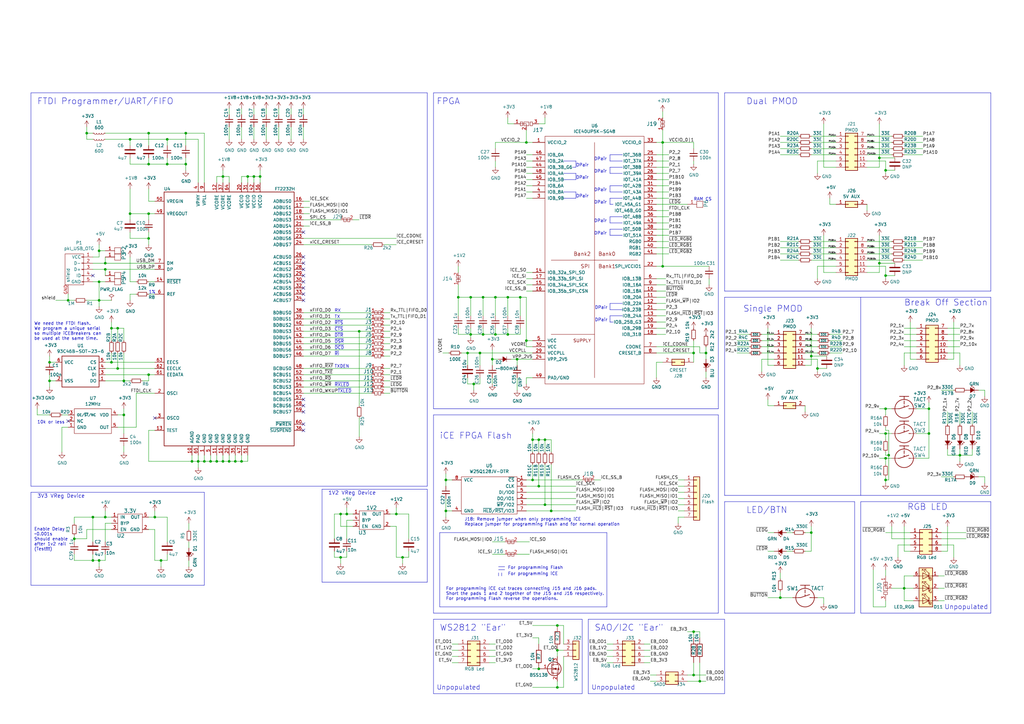
<source format=kicad_sch>
(kicad_sch (version 20230121) (generator eeschema)
  (paper "A3")
  (title_block (title "iCEBreaker") (rev "V1.0e") (company "1BitSquared") (comment 1 "2019 (C) 1BitSquared <info@1bitsquared.com>") (comment 2 "2019 (C) Piotr Esden-Tempski <piotr@esden.net>") (comment 3 "License: CC-BY-SA V4.0"))
  (junction (at 48.26 134.62))
  (junction (at 320.04 245.11))
  (junction (at 93.98 189.23))
  (junction (at 78.74 189.23))
  (junction (at 30.48 220.98))
  (junction (at 43.18 107.95))
  (junction (at 35.56 54.61))
  (junction (at 101.6 72.39))
  (junction (at 215.9 139.7))
  (junction (at 363.22 196.85))
  (junction (at 203.2 137.16))
  (junction (at 147.32 135.89))
  (junction (at 198.12 121.92))
  (junction (at 48.26 151.13))
  (junction (at 40.64 102.87))
  (junction (at 60.96 87.63))
  (junction (at 363.22 69.85))
  (junction (at 60.96 97.79))
  (junction (at 332.74 218.44))
  (junction (at 198.12 137.16))
  (junction (at 364.49 186.69))
  (junction (at 191.77 144.78))
  (junction (at 363.22 177.8))
  (junction (at 215.9 58.42))
  (junction (at 76.2 67.31))
  (junction (at 220.98 180.34))
  (junction (at 220.98 274.32))
  (junction (at 38.1 212.09))
  (junction (at 228.6 256.54))
  (junction (at 196.85 144.78))
  (junction (at 226.06 209.55))
  (junction (at 289.56 144.78))
  (junction (at 381 177.8))
  (junction (at 201.93 147.32))
  (junction (at 363.22 167.64))
  (junction (at 96.52 189.23))
  (junction (at 193.04 121.92))
  (junction (at 68.58 67.31))
  (junction (at 203.2 121.92))
  (junction (at 223.52 207.01))
  (junction (at 20.32 148.59))
  (junction (at 363.22 113.03))
  (junction (at 40.64 115.57))
  (junction (at 53.34 87.63))
  (junction (at 208.28 137.16))
  (junction (at 162.56 210.82))
  (junction (at 91.44 189.23))
  (junction (at 60.96 67.31))
  (junction (at 182.88 209.55))
  (junction (at 81.28 189.23))
  (junction (at 363.22 187.96))
  (junction (at 284.48 144.78))
  (junction (at 38.1 229.87))
  (junction (at 43.18 212.09))
  (junction (at 91.44 72.39))
  (junction (at 187.96 121.92))
  (junction (at 104.14 72.39))
  (junction (at 53.34 57.15))
  (junction (at 193.04 137.16))
  (junction (at 40.64 123.19))
  (junction (at 271.78 58.42))
  (junction (at 208.28 121.92))
  (junction (at 393.7 186.69))
  (junction (at 271.78 109.22))
  (junction (at 182.88 196.85))
  (junction (at 76.2 54.61))
  (junction (at 27.94 123.19))
  (junction (at 45.72 134.62))
  (junction (at 360.68 64.77))
  (junction (at 212.09 147.32))
  (junction (at 68.58 57.15))
  (junction (at 142.24 210.82))
  (junction (at 20.32 156.21))
  (junction (at 194.31 157.48))
  (junction (at 63.5 212.09))
  (junction (at 218.44 180.34))
  (junction (at 106.68 72.39))
  (junction (at 45.72 148.59))
  (junction (at 284.48 276.86))
  (junction (at 60.96 153.67))
  (junction (at 220.98 199.39))
  (junction (at 66.04 229.87))
  (junction (at 88.9 189.23))
  (junction (at 381 167.64))
  (junction (at 50.8 170.18))
  (junction (at 139.7 228.6))
  (junction (at 335.28 151.13))
  (junction (at 99.06 189.23))
  (junction (at 284.48 259.08))
  (junction (at 218.44 196.85))
  (junction (at 40.64 229.87))
  (junction (at 213.36 121.92))
  (junction (at 86.36 189.23))
  (junction (at 223.52 180.34))
  (junction (at 50.8 156.21))
  (junction (at 287.02 279.4))
  (junction (at 165.1 228.6))
  (junction (at 43.18 110.49))
  (junction (at 228.6 281.94))
  (junction (at 360.68 107.95))
  (junction (at 228.6 266.7))
  (junction (at 332.74 146.05))
  (junction (at 139.7 210.82))
  (junction (at 83.82 189.23))
  (junction (at 370.84 241.3))
  (junction (at 60.96 54.61))
  (no_connect (at 124.46 168.91))
  (no_connect (at 124.46 115.57))
  (no_connect (at 124.46 173.99))
  (no_connect (at 63.5 171.45))
  (no_connect (at 124.46 110.49))
  (no_connect (at 124.46 120.65))
  (no_connect (at 124.46 113.03))
  (no_connect (at 124.46 107.95))
  (no_connect (at 124.46 176.53))
  (no_connect (at 124.46 118.11))
  (no_connect (at 124.46 123.19))
  (no_connect (at 27.94 172.72))
  (no_connect (at 124.46 163.83))
  (no_connect (at 124.46 105.41))
  (no_connect (at 124.46 95.25))
  (no_connect (at 124.46 166.37))
  (no_connect (at 38.1 113.03))
  (wire (pts (xy 332.74 215.9) (xy 332.74 218.44)))
  (wire (pts (xy 363.22 177.8) (xy 365.76 177.8)))
  (wire (pts (xy 139.7 228.6) (xy 142.24 228.6)))
  (wire (pts (xy 269.24 91.44) (xy 274.32 91.44)))
  (polyline (pts (xy 297.18 119.38) (xy 297.18 38.1)))
  (wire (pts (xy 30.48 229.87) (xy 38.1 229.87)))
  (wire (pts (xy 104.14 52.07) (xy 104.14 57.15)))
  (wire (pts (xy 48.26 144.78) (xy 48.26 151.13)))
  (wire (pts (xy 360.68 167.64) (xy 363.22 167.64)))
  (wire (pts (xy 370.84 63.5) (xy 378.46 63.5)))
  (wire (pts (xy 147.32 135.89) (xy 152.4 135.89)))
  (wire (pts (xy 167.64 228.6) (xy 167.64 226.06)))
  (wire (pts (xy 218.44 68.58) (xy 215.9 68.58)))
  (wire (pts (xy 76.2 54.61) (xy 83.82 54.61)))
  (wire (pts (xy 93.98 52.07) (xy 93.98 57.15)))
  (wire (pts (xy 182.88 196.85) (xy 182.88 194.31)))
  (wire (pts (xy 398.78 186.69) (xy 398.78 184.15)))
  (wire (pts (xy 76.2 67.31) (xy 76.2 64.77)))
  (wire (pts (xy 40.64 123.19) (xy 45.72 123.19)))
  (wire (pts (xy 215.9 121.92) (xy 215.9 139.7)))
  (wire (pts (xy 86.36 189.23) (xy 88.9 189.23)))
  (wire (pts (xy 157.48 151.13) (xy 160.02 151.13)))
  (wire (pts (xy 193.04 134.62) (xy 193.04 137.16)))
  (wire (pts (xy 76.2 54.61) (xy 76.2 59.69)))
  (wire (pts (xy 124.46 130.81) (xy 152.4 130.81)))
  (wire (pts (xy 187.96 121.92) (xy 187.96 129.54)))
  (wire (pts (xy 104.14 44.45) (xy 104.14 46.99)))
  (wire (pts (xy 55.88 120.65) (xy 53.34 120.65)))
  (wire (pts (xy 187.96 109.22) (xy 187.96 111.76)))
  (wire (pts (xy 370.84 104.14) (xy 378.46 104.14)))
  (wire (pts (xy 269.24 137.16) (xy 273.05 137.16)))
  (wire (pts (xy 30.48 220.98) (xy 30.48 222.25)))
  (wire (pts (xy 220.98 274.32) (xy 218.44 274.32)))
  (wire (pts (xy 142.24 210.82) (xy 142.24 208.28)))
  (polyline (pts (xy 231.14 78.74) (xy 236.22 78.74)))
  (wire (pts (xy 391.16 132.08) (xy 391.16 147.32)))
  (wire (pts (xy 191.77 149.86) (xy 191.77 144.78)))
  (wire (pts (xy 58.42 156.21) (xy 60.96 156.21)))
  (wire (pts (xy 109.22 44.45) (xy 109.22 46.99)))
  (wire (pts (xy 212.09 147.32) (xy 218.44 147.32)))
  (polyline (pts (xy 250.19 93.98) (xy 250.19 96.52)))
  (wire (pts (xy 269.24 109.22) (xy 271.78 109.22)))
  (wire (pts (xy 157.48 135.89) (xy 160.02 135.89)))
  (wire (pts (xy 228.6 281.94) (xy 218.44 281.94)))
  (wire (pts (xy 83.82 186.69) (xy 83.82 189.23)))
  (wire (pts (xy 45.72 134.62) (xy 45.72 139.7)))
  (wire (pts (xy 201.93 147.32) (xy 201.93 149.86)))
  (polyline (pts (xy 353.06 205.74) (xy 406.4 205.74)))
  (wire (pts (xy 269.24 71.12) (xy 274.32 71.12)))
  (wire (pts (xy 363.22 175.26) (xy 363.22 176.53)))
  (wire (pts (xy 375.92 144.78) (xy 370.84 144.78)))
  (wire (pts (xy 314.96 149.86) (xy 314.96 134.62)))
  (wire (pts (xy 35.56 54.61) (xy 35.56 57.15)))
  (wire (pts (xy 147.32 171.45) (xy 147.32 179.07)))
  (wire (pts (xy 194.31 157.48) (xy 194.31 160.02)))
  (wire (pts (xy 212.09 227.33) (xy 217.17 227.33)))
  (wire (pts (xy 124.46 90.17) (xy 139.7 90.17)))
  (wire (pts (xy 269.24 116.84) (xy 273.05 116.84)))
  (wire (pts (xy 15.24 167.64) (xy 15.24 170.18)))
  (wire (pts (xy 83.82 54.61) (xy 83.82 74.93)))
  (wire (pts (xy 196.85 157.48) (xy 194.31 157.48)))
  (wire (pts (xy 77.47 214.63) (xy 77.47 217.17)))
  (wire (pts (xy 363.22 113.03) (xy 363.22 114.3)))
  (wire (pts (xy 181.61 144.78) (xy 184.15 144.78)))
  (wire (pts (xy 355.6 58.42) (xy 365.76 58.42)))
  (wire (pts (xy 27.94 123.19) (xy 30.48 123.19)))
  (wire (pts (xy 38.1 105.41) (xy 40.64 105.41)))
  (polyline (pts (xy 250.19 66.04) (xy 255.27 66.04)))
  (wire (pts (xy 53.34 64.77) (xy 53.34 67.31)))
  (wire (pts (xy 68.58 57.15) (xy 68.58 59.69)))
  (polyline (pts (xy 236.22 66.04) (xy 231.14 66.04)))
  (wire (pts (xy 374.65 241.3) (xy 370.84 241.3)))
  (wire (pts (xy 320.04 242.57) (xy 320.04 245.11)))
  (wire (pts (xy 218.44 177.8) (xy 218.44 180.34)))
  (wire (pts (xy 342.9 68.58) (xy 337.82 68.58)))
  (wire (pts (xy 30.48 220.98) (xy 35.56 220.98)))
  (wire (pts (xy 203.2 66.04) (xy 203.2 68.58)))
  (wire (pts (xy 124.46 158.75) (xy 152.4 158.75)))
  (polyline (pts (xy 177.8 251.46) (xy 177.8 170.18)))
  (polyline (pts (xy 250.19 68.58) (xy 250.19 71.12)))
  (wire (pts (xy 208.28 48.26) (xy 208.28 50.8)))
  (wire (pts (xy 287.02 259.08) (xy 287.02 261.62)))
  (wire (pts (xy 368.3 228.6) (xy 368.3 223.52)))
  (polyline (pts (xy 132.08 200.66) (xy 175.26 200.66)))
  (wire (pts (xy 401.32 195.58) (xy 403.86 195.58)))
  (wire (pts (xy 53.34 120.65) (xy 53.34 123.19)))
  (wire (pts (xy 375.92 177.8) (xy 381 177.8)))
  (wire (pts (xy 218.44 144.78) (xy 196.85 144.78)))
  (wire (pts (xy 68.58 57.15) (xy 81.28 57.15)))
  (polyline (pts (xy 177.8 284.48) (xy 177.8 254)))
  (wire (pts (xy 269.24 99.06) (xy 274.32 99.06)))
  (wire (pts (xy 45.72 144.78) (xy 45.72 148.59)))
  (wire (pts (xy 287.02 279.4) (xy 281.94 279.4)))
  (wire (pts (xy 393.7 186.69) (xy 398.78 186.69)))
  (wire (pts (xy 185.42 196.85) (xy 182.88 196.85)))
  (wire (pts (xy 106.68 72.39) (xy 106.68 69.85)))
  (wire (pts (xy 269.24 66.04) (xy 274.32 66.04)))
  (wire (pts (xy 157.48 133.35) (xy 160.02 133.35)))
  (polyline (pts (xy 250.19 83.82) (xy 251.46 83.82)))
  (wire (pts (xy 182.88 196.85) (xy 182.88 199.39)))
  (wire (pts (xy 355.6 68.58) (xy 360.68 68.58)))
  (wire (pts (xy 203.2 58.42) (xy 203.2 60.96)))
  (wire (pts (xy 35.56 52.07) (xy 35.56 54.61)))
  (wire (pts (xy 248.92 269.24) (xy 251.46 269.24)))
  (wire (pts (xy 370.84 226.06) (xy 373.38 226.06)))
  (wire (pts (xy 364.49 196.85) (xy 363.22 196.85)))
  (wire (pts (xy 55.88 161.29) (xy 63.5 161.29)))
  (wire (pts (xy 78.74 189.23) (xy 81.28 189.23)))
  (wire (pts (xy 144.78 213.36) (xy 142.24 213.36)))
  (wire (pts (xy 363.22 66.04) (xy 363.22 69.85)))
  (wire (pts (xy 213.36 137.16) (xy 208.28 137.16)))
  (wire (pts (xy 40.64 229.87) (xy 43.18 229.87)))
  (wire (pts (xy 278.13 204.47) (xy 280.67 204.47)))
  (wire (pts (xy 251.46 264.16) (xy 248.92 264.16)))
  (wire (pts (xy 50.8 182.88) (xy 50.8 185.42)))
  (wire (pts (xy 193.04 137.16) (xy 193.04 138.43)))
  (wire (pts (xy 53.34 95.25) (xy 53.34 97.79)))
  (wire (pts (xy 124.46 82.55) (xy 127 82.55)))
  (wire (pts (xy 391.16 195.58) (xy 386.08 195.58)))
  (wire (pts (xy 220.98 199.39) (xy 236.22 199.39)))
  (wire (pts (xy 114.3 44.45) (xy 114.3 46.99)))
  (wire (pts (xy 198.12 121.92) (xy 198.12 129.54)))
  (wire (pts (xy 215.9 201.93) (xy 236.22 201.93)))
  (wire (pts (xy 278.13 212.09) (xy 278.13 214.63)))
  (wire (pts (xy 30.48 212.09) (xy 38.1 212.09)))
  (wire (pts (xy 337.82 68.58) (xy 337.82 50.8)))
  (polyline (pts (xy 297.18 121.92) (xy 406.4 121.92)))
  (wire (pts (xy 342.9 60.96) (xy 332.74 60.96)))
  (wire (pts (xy 60.96 54.61) (xy 76.2 54.61)))
  (wire (pts (xy 144.78 215.9) (xy 139.7 215.9)))
  (wire (pts (xy 370.84 241.3) (xy 370.84 236.22)))
  (wire (pts (xy 20.32 153.67) (xy 20.32 156.21)))
  (polyline (pts (xy 236.22 73.66) (xy 231.14 73.66)))
  (wire (pts (xy 355.6 66.04) (xy 363.22 66.04)))
  (polyline (pts (xy 297.18 121.92) (xy 297.18 203.2)))
  (wire (pts (xy 342.9 104.14) (xy 332.74 104.14)))
  (wire (pts (xy 212.09 149.86) (xy 212.09 147.32)))
  (wire (pts (xy 77.47 222.25) (xy 77.47 224.79)))
  (wire (pts (xy 203.2 134.62) (xy 203.2 137.16)))
  (wire (pts (xy 200.66 271.78) (xy 203.2 271.78)))
  (wire (pts (xy 223.52 180.34) (xy 223.52 185.42)))
  (wire (pts (xy 269.24 132.08) (xy 273.05 132.08)))
  (wire (pts (xy 388.62 147.32) (xy 391.16 147.32)))
  (wire (pts (xy 325.12 245.11) (xy 320.04 245.11)))
  (wire (pts (xy 337.82 111.76) (xy 337.82 96.52)))
  (polyline (pts (xy 350.52 205.74) (xy 350.52 251.46)))
  (wire (pts (xy 278.13 207.01) (xy 280.67 207.01)))
  (wire (pts (xy 386.08 223.52) (xy 391.16 223.52)))
  (wire (pts (xy 269.24 81.28) (xy 274.32 81.28)))
  (wire (pts (xy 48.26 134.62) (xy 45.72 134.62)))
  (wire (pts (xy 35.56 220.98) (xy 35.56 217.17)))
  (wire (pts (xy 201.93 227.33) (xy 207.01 227.33)))
  (wire (pts (xy 50.8 144.78) (xy 50.8 156.21)))
  (wire (pts (xy 218.44 139.7) (xy 215.9 139.7)))
  (wire (pts (xy 193.04 137.16) (xy 198.12 137.16)))
  (wire (pts (xy 370.84 60.96) (xy 378.46 60.96)))
  (wire (pts (xy 43.18 110.49) (xy 63.5 110.49)))
  (wire (pts (xy 43.18 110.49) (xy 43.18 113.03)))
  (wire (pts (xy 201.93 147.32) (xy 201.93 143.51)))
  (wire (pts (xy 30.48 227.33) (xy 30.48 229.87)))
  (wire (pts (xy 203.2 121.92) (xy 203.2 129.54)))
  (wire (pts (xy 220.98 180.34) (xy 220.98 185.42)))
  (wire (pts (xy 201.93 222.25) (xy 207.01 222.25)))
  (wire (pts (xy 360.68 187.96) (xy 363.22 187.96)))
  (wire (pts (xy 386.08 218.44) (xy 396.24 218.44)))
  (polyline (pts (xy 12.7 38.1) (xy 175.26 38.1)))
  (wire (pts (xy 20.32 156.21) (xy 20.32 158.75)))
  (wire (pts (xy 182.88 209.55) (xy 182.88 212.09)))
  (wire (pts (xy 312.42 152.4) (xy 312.42 147.32)))
  (wire (pts (xy 363.22 69.85) (xy 363.22 71.12)))
  (wire (pts (xy 53.34 90.17) (xy 53.34 87.63)))
  (wire (pts (xy 196.85 154.94) (xy 196.85 157.48)))
  (wire (pts (xy 50.8 156.21) (xy 53.34 156.21)))
  (wire (pts (xy 284.48 259.08) (xy 281.94 259.08)))
  (wire (pts (xy 360.68 107.95) (xy 367.03 107.95)))
  (wire (pts (xy 50.8 170.18) (xy 50.8 167.64)))
  (wire (pts (xy 388.62 226.06) (xy 388.62 215.9)))
  (wire (pts (xy 43.18 212.09) (xy 45.72 212.09)))
  (wire (pts (xy 231.14 269.24) (xy 231.14 281.94)))
  (wire (pts (xy 287.02 271.78) (xy 287.02 279.4)))
  (wire (pts (xy 215.9 207.01) (xy 223.52 207.01)))
  (wire (pts (xy 137.16 228.6) (xy 139.7 228.6)))
  (wire (pts (xy 48.26 151.13) (xy 63.5 151.13)))
  (wire (pts (xy 363.22 196.85) (xy 363.22 198.12)))
  (wire (pts (xy 271.78 53.34) (xy 271.78 58.42)))
  (wire (pts (xy 342.9 83.82) (xy 340.36 83.82)))
  (wire (pts (xy 223.52 207.01) (xy 236.22 207.01)))
  (polyline (pts (xy 294.64 167.64) (xy 177.8 167.64)))
  (wire (pts (xy 218.44 81.28) (xy 215.9 81.28)))
  (wire (pts (xy 269.24 142.24) (xy 287.02 142.24)))
  (wire (pts (xy 360.68 111.76) (xy 355.6 111.76)))
  (wire (pts (xy 373.38 218.44) (xy 363.22 218.44)))
  (polyline (pts (xy 406.4 121.92) (xy 406.4 203.2)))
  (wire (pts (xy 218.44 111.76) (xy 215.9 111.76)))
  (wire (pts (xy 20.32 148.59) (xy 20.32 146.05)))
  (wire (pts (xy 228.6 266.7) (xy 231.14 266.7)))
  (polyline (pts (xy 250.19 88.9) (xy 250.19 91.44)))
  (wire (pts (xy 200.66 264.16) (xy 203.2 264.16)))
  (polyline (pts (xy 250.19 63.5) (xy 250.19 66.04)))
  (polyline (pts (xy 406.4 38.1) (xy 406.4 119.38)))
  (wire (pts (xy 218.44 114.3) (xy 215.9 114.3)))
  (wire (pts (xy 269.24 104.14) (xy 274.32 104.14)))
  (wire (pts (xy 388.62 173.99) (xy 388.62 168.91)))
  (wire (pts (xy 223.52 207.01) (xy 223.52 190.5)))
  (wire (pts (xy 335.28 66.04) (xy 335.28 71.12)))
  (polyline (pts (xy 297.18 38.1) (xy 406.4 38.1)))
  (wire (pts (xy 96.52 186.69) (xy 96.52 189.23)))
  (wire (pts (xy 76.2 67.31) (xy 76.2 69.85)))
  (wire (pts (xy 99.06 72.39) (xy 101.6 72.39)))
  (wire (pts (xy 200.66 266.7) (xy 203.2 266.7)))
  (wire (pts (xy 393.7 184.15) (xy 393.7 186.69)))
  (wire (pts (xy 327.66 58.42) (xy 320.04 58.42)))
  (wire (pts (xy 185.42 266.7) (xy 187.96 266.7)))
  (wire (pts (xy 45.72 214.63) (xy 43.18 214.63)))
  (wire (pts (xy 269.24 279.4) (xy 266.7 279.4)))
  (wire (pts (xy 327.66 63.5) (xy 320.04 63.5)))
  (wire (pts (xy 374.65 236.22) (xy 370.84 236.22)))
  (wire (pts (xy 332.74 146.05) (xy 332.74 134.62)))
  (wire (pts (xy 198.12 121.92) (xy 193.04 121.92)))
  (wire (pts (xy 157.48 161.29) (xy 160.02 161.29)))
  (wire (pts (xy 218.44 116.84) (xy 215.9 116.84)))
  (wire (pts (xy 25.4 175.26) (xy 25.4 185.42)))
  (wire (pts (xy 40.64 229.87) (xy 40.64 232.41)))
  (polyline (pts (xy 297.18 251.46) (xy 297.18 205.74)))
  (wire (pts (xy 160.02 215.9) (xy 162.56 215.9)))
  (wire (pts (xy 208.28 134.62) (xy 208.28 137.16)))
  (wire (pts (xy 269.24 63.5) (xy 274.32 63.5)))
  (wire (pts (xy 204.47 147.32) (xy 201.93 147.32)))
  (wire (pts (xy 185.42 209.55) (xy 182.88 209.55)))
  (wire (pts (xy 40.64 100.33) (xy 40.64 102.87)))
  (wire (pts (xy 342.9 101.6) (xy 332.74 101.6)))
  (wire (pts (xy 284.48 148.59) (xy 284.48 144.78)))
  (wire (pts (xy 63.5 212.09) (xy 68.58 212.09)))
  (wire (pts (xy 55.88 115.57) (xy 53.34 115.57)))
  (wire (pts (xy 124.46 128.27) (xy 152.4 128.27)))
  (wire (pts (xy 43.18 115.57) (xy 40.64 115.57)))
  (wire (pts (xy 215.9 199.39) (xy 220.98 199.39)))
  (wire (pts (xy 35.56 57.15) (xy 38.1 57.15)))
  (polyline (pts (xy 248.92 248.92) (xy 180.34 248.92)))
  (wire (pts (xy 284.48 261.62) (xy 284.48 259.08)))
  (wire (pts (xy 157.48 130.81) (xy 160.02 130.81)))
  (wire (pts (xy 335.28 147.32) (xy 335.28 151.13)))
  (wire (pts (xy 363.22 236.22) (xy 363.22 233.68)))
  (wire (pts (xy 215.9 154.94) (xy 215.9 157.48)))
  (polyline (pts (xy 250.19 124.46) (xy 250.19 127)))
  (wire (pts (xy 393.7 186.69) (xy 393.7 189.23)))
  (wire (pts (xy 280.67 196.85) (xy 278.13 196.85)))
  (wire (pts (xy 284.48 276.86) (xy 289.56 276.86)))
  (wire (pts (xy 355.6 101.6) (xy 365.76 101.6)))
  (wire (pts (xy 43.18 57.15) (xy 53.34 57.15)))
  (wire (pts (xy 99.06 189.23) (xy 101.6 189.23)))
  (wire (pts (xy 124.46 161.29) (xy 152.4 161.29)))
  (wire (pts (xy 91.44 186.69) (xy 91.44 189.23)))
  (wire (pts (xy 231.14 256.54) (xy 228.6 256.54)))
  (wire (pts (xy 101.6 72.39) (xy 104.14 72.39)))
  (polyline (pts (xy 231.14 71.12) (xy 236.22 71.12)))
  (wire (pts (xy 157.48 140.97) (xy 160.02 140.97)))
  (wire (pts (xy 363.22 113.03) (xy 367.03 113.03)))
  (wire (pts (xy 50.8 170.18) (xy 50.8 177.8)))
  (wire (pts (xy 142.24 213.36) (xy 142.24 220.98)))
  (wire (pts (xy 287.02 142.24) (xy 287.02 144.78)))
  (polyline (pts (xy 255.27 76.2) (xy 250.19 76.2)))
  (wire (pts (xy 27.94 120.65) (xy 27.94 123.19)))
  (wire (pts (xy 38.1 115.57) (xy 40.64 115.57)))
  (polyline (pts (xy 250.19 78.74) (xy 255.27 78.74)))
  (wire (pts (xy 187.96 137.16) (xy 193.04 137.16)))
  (wire (pts (xy 48.26 170.18) (xy 50.8 170.18)))
  (wire (pts (xy 363.22 109.22) (xy 355.6 109.22)))
  (polyline (pts (xy 297.18 254) (xy 297.18 284.48)))
  (wire (pts (xy 213.36 134.62) (xy 213.36 137.16)))
  (wire (pts (xy 215.9 209.55) (xy 226.06 209.55)))
  (wire (pts (xy 157.48 156.21) (xy 160.02 156.21)))
  (wire (pts (xy 68.58 229.87) (xy 68.58 227.33)))
  (wire (pts (xy 60.96 64.77) (xy 60.96 67.31)))
  (wire (pts (xy 60.96 82.55) (xy 60.96 77.47)))
  (wire (pts (xy 43.18 156.21) (xy 50.8 156.21)))
  (wire (pts (xy 335.28 245.11) (xy 337.82 245.11)))
  (wire (pts (xy 370.84 99.06) (xy 378.46 99.06)))
  (wire (pts (xy 269.24 144.78) (xy 284.48 144.78)))
  (wire (pts (xy 218.44 73.66) (xy 215.9 73.66)))
  (wire (pts (xy 30.48 219.71) (xy 30.48 220.98)))
  (wire (pts (xy 208.28 137.16) (xy 203.2 137.16)))
  (polyline (pts (xy 255.27 88.9) (xy 250.19 88.9)))
  (wire (pts (xy 124.46 146.05) (xy 152.4 146.05)))
  (polyline (pts (xy 204.47 232.41) (xy 207.01 232.41)))
  (wire (pts (xy 218.44 261.62) (xy 220.98 261.62)))
  (polyline (pts (xy 83.82 201.93) (xy 83.82 240.03)))
  (polyline (pts (xy 205.74 234.95) (xy 205.74 236.22)))
  (wire (pts (xy 91.44 74.93) (xy 91.44 72.39)))
  (wire (pts (xy 355.6 99.06) (xy 365.76 99.06)))
  (wire (pts (xy 332.74 226.06) (xy 332.74 218.44)))
  (wire (pts (xy 22.86 156.21) (xy 20.32 156.21)))
  (polyline (pts (xy 297.18 284.48) (xy 241.3 284.48)))
  (wire (pts (xy 124.46 97.79) (xy 162.56 97.79)))
  (wire (pts (xy 355.6 60.96) (xy 365.76 60.96)))
  (wire (pts (xy 355.6 104.14) (xy 365.76 104.14)))
  (wire (pts (xy 370.84 246.38) (xy 370.84 241.3)))
  (polyline (pts (xy 406.4 251.46) (xy 353.06 251.46)))
  (polyline (pts (xy 236.22 78.74) (xy 236.22 81.28)))
  (wire (pts (xy 337.82 245.11) (xy 337.82 247.65)))
  (wire (pts (xy 88.9 72.39) (xy 91.44 72.39)))
  (wire (pts (xy 144.78 90.17) (xy 147.32 90.17)))
  (wire (pts (xy 157.48 128.27) (xy 160.02 128.27)))
  (polyline (pts (xy 250.19 81.28) (xy 250.19 83.82)))
  (wire (pts (xy 363.22 167.64) (xy 363.22 170.18)))
  (wire (pts (xy 157.48 153.67) (xy 160.02 153.67)))
  (wire (pts (xy 60.96 189.23) (xy 78.74 189.23)))
  (wire (pts (xy 119.38 44.45) (xy 119.38 46.99)))
  (wire (pts (xy 284.48 276.86) (xy 281.94 276.86)))
  (wire (pts (xy 363.22 109.22) (xy 363.22 113.03)))
  (wire (pts (xy 220.98 190.5) (xy 220.98 199.39)))
  (polyline (pts (xy 294.64 251.46) (xy 177.8 251.46)))
  (wire (pts (xy 358.14 248.92) (xy 358.14 233.68)))
  (polyline (pts (xy 204.47 234.95) (xy 204.47 236.22)))
  (wire (pts (xy 43.18 102.87) (xy 40.64 102.87)))
  (wire (pts (xy 223.52 180.34) (xy 226.06 180.34)))
  (wire (pts (xy 284.48 58.42) (xy 284.48 60.96)))
  (polyline (pts (xy 132.08 238.76) (xy 132.08 200.66)))
  (wire (pts (xy 63.5 212.09) (xy 63.5 209.55)))
  (wire (pts (xy 226.06 209.55) (xy 236.22 209.55)))
  (wire (pts (xy 40.64 102.87) (xy 40.64 105.41)))
  (wire (pts (xy 203.2 121.92) (xy 198.12 121.92)))
  (wire (pts (xy 375.92 139.7) (xy 370.84 139.7)))
  (wire (pts (xy 93.98 72.39) (xy 93.98 74.93)))
  (wire (pts (xy 124.46 52.07) (xy 124.46 57.15)))
  (wire (pts (xy 43.18 54.61) (xy 60.96 54.61)))
  (wire (pts (xy 269.24 96.52) (xy 274.32 96.52)))
  (wire (pts (xy 327.66 104.14) (xy 320.04 104.14)))
  (wire (pts (xy 196.85 144.78) (xy 196.85 149.86)))
  (wire (pts (xy 218.44 76.2) (xy 215.9 76.2)))
  (polyline (pts (xy 294.64 38.1) (xy 294.64 167.64)))
  (wire (pts (xy 264.16 266.7) (xy 266.7 266.7)))
  (wire (pts (xy 63.5 176.53) (xy 60.96 176.53)))
  (wire (pts (xy 215.9 58.42) (xy 203.2 58.42)))
  (wire (pts (xy 278.13 199.39) (xy 280.67 199.39)))
  (wire (pts (xy 370.84 144.78) (xy 370.84 149.86)))
  (wire (pts (xy 48.26 134.62) (xy 48.26 139.7)))
  (wire (pts (xy 330.2 149.86) (xy 332.74 149.86)))
  (wire (pts (xy 43.18 214.63) (xy 43.18 222.25)))
  (wire (pts (xy 228.6 279.4) (xy 228.6 281.94)))
  (wire (pts (xy 38.1 107.95) (xy 43.18 107.95)))
  (wire (pts (xy 330.2 166.37) (xy 330.2 168.91)))
  (wire (pts (xy 137.16 226.06) (xy 137.16 228.6)))
  (wire (pts (xy 208.28 121.92) (xy 203.2 121.92)))
  (wire (pts (xy 157.48 146.05) (xy 160.02 146.05)))
  (wire (pts (xy 99.06 74.93) (xy 99.06 72.39)))
  (wire (pts (xy 269.24 119.38) (xy 273.05 119.38)))
  (polyline (pts (xy 177.8 167.64) (xy 177.8 38.1)))
  (wire (pts (xy 320.04 245.11) (xy 314.96 245.11)))
  (wire (pts (xy 393.7 173.99) (xy 393.7 168.91)))
  (wire (pts (xy 53.34 87.63) (xy 53.34 77.47)))
  (wire (pts (xy 269.24 148.59) (xy 269.24 154.94)))
  (wire (pts (xy 53.34 67.31) (xy 60.96 67.31)))
  (wire (pts (xy 271.78 148.59) (xy 269.24 148.59)))
  (wire (pts (xy 269.24 124.46) (xy 273.05 124.46)))
  (wire (pts (xy 280.67 212.09) (xy 278.13 212.09)))
  (wire (pts (xy 322.58 226.06) (xy 325.12 226.06)))
  (wire (pts (xy 375.92 187.96) (xy 381 187.96)))
  (wire (pts (xy 388.62 139.7) (xy 393.7 139.7)))
  (wire (pts (xy 269.24 93.98) (xy 274.32 93.98)))
  (wire (pts (xy 165.1 228.6) (xy 165.1 231.14)))
  (polyline (pts (xy 12.7 201.93) (xy 83.82 201.93)))
  (wire (pts (xy 194.31 157.48) (xy 191.77 157.48)))
  (wire (pts (xy 271.78 45.72) (xy 271.78 48.26)))
  (wire (pts (xy 231.14 281.94) (xy 228.6 281.94)))
  (wire (pts (xy 91.44 72.39) (xy 93.98 72.39)))
  (wire (pts (xy 287.02 279.4) (xy 289.56 279.4)))
  (wire (pts (xy 212.09 222.25) (xy 217.17 222.25)))
  (wire (pts (xy 66.04 229.87) (xy 66.04 232.41)))
  (wire (pts (xy 43.18 105.41) (xy 43.18 107.95)))
  (wire (pts (xy 119.38 52.07) (xy 119.38 57.15)))
  (wire (pts (xy 370.84 58.42) (xy 378.46 58.42)))
  (polyline (pts (xy 241.3 254) (xy 297.18 254)))
  (wire (pts (xy 360.68 111.76) (xy 360.68 107.95)))
  (wire (pts (xy 38.1 229.87) (xy 40.64 229.87)))
  (wire (pts (xy 218.44 142.24) (xy 215.9 142.24)))
  (wire (pts (xy 104.14 72.39) (xy 104.14 74.93)))
  (wire (pts (xy 322.58 218.44) (xy 325.12 218.44)))
  (wire (pts (xy 218.44 119.38) (xy 215.9 119.38)))
  (polyline (pts (xy 255.27 63.5) (xy 250.19 63.5)))
  (wire (pts (xy 320.04 237.49) (xy 320.04 234.95)))
  (wire (pts (xy 208.28 50.8) (xy 210.82 50.8)))
  (wire (pts (xy 38.1 212.09) (xy 38.1 222.25)))
  (polyline (pts (xy 177.8 170.18) (xy 294.64 170.18)))
  (wire (pts (xy 360.68 68.58) (xy 360.68 64.77)))
  (wire (pts (xy 337.82 111.76) (xy 342.9 111.76)))
  (wire (pts (xy 191.77 144.78) (xy 196.85 144.78)))
  (polyline (pts (xy 12.7 240.03) (xy 12.7 201.93)))
  (polyline (pts (xy 255.27 124.46) (xy 250.19 124.46)))
  (wire (pts (xy 218.44 71.12) (xy 215.9 71.12)))
  (wire (pts (xy 63.5 82.55) (xy 60.96 82.55)))
  (wire (pts (xy 215.9 139.7) (xy 215.9 142.24)))
  (wire (pts (xy 38.1 212.09) (xy 43.18 212.09)))
  (wire (pts (xy 50.8 139.7) (xy 50.8 134.62)))
  (wire (pts (xy 317.5 142.24) (xy 312.42 142.24)))
  (wire (pts (xy 284.48 271.78) (xy 284.48 276.86)))
  (wire (pts (xy 109.22 52.07) (xy 109.22 57.15)))
  (wire (pts (xy 162.56 215.9) (xy 162.56 228.6)))
  (wire (pts (xy 27.94 175.26) (xy 25.4 175.26)))
  (wire (pts (xy 182.88 204.47) (xy 182.88 209.55)))
  (wire (pts (xy 284.48 144.78) (xy 284.48 139.7)))
  (wire (pts (xy 218.44 78.74) (xy 215.9 78.74)))
  (wire (pts (xy 327.66 106.68) (xy 320.04 106.68)))
  (wire (pts (xy 248.92 266.7) (xy 251.46 266.7)))
  (polyline (pts (xy 255.27 68.58) (xy 250.19 68.58)))
  (wire (pts (xy 388.62 144.78) (xy 393.7 144.78)))
  (wire (pts (xy 63.5 87.63) (xy 60.96 87.63)))
  (wire (pts (xy 81.28 189.23) (xy 83.82 189.23)))
  (wire (pts (xy 60.96 97.79) (xy 60.96 95.25)))
  (wire (pts (xy 215.9 121.92) (xy 213.36 121.92)))
  (wire (pts (xy 78.74 186.69) (xy 78.74 189.23)))
  (wire (pts (xy 327.66 60.96) (xy 320.04 60.96)))
  (wire (pts (xy 35.56 123.19) (xy 40.64 123.19)))
  (wire (pts (xy 264.16 264.16) (xy 266.7 264.16)))
  (wire (pts (xy 96.52 189.23) (xy 99.06 189.23)))
  (wire (pts (xy 335.28 109.22) (xy 342.9 109.22)))
  (polyline (pts (xy 250.19 129.54) (xy 250.19 132.08)))
  (wire (pts (xy 60.96 212.09) (xy 63.5 212.09)))
  (wire (pts (xy 162.56 210.82) (xy 162.56 208.28)))
  (wire (pts (xy 368.3 223.52) (xy 373.38 223.52)))
  (wire (pts (xy 269.24 101.6) (xy 274.32 101.6)))
  (wire (pts (xy 342.9 106.68) (xy 332.74 106.68)))
  (wire (pts (xy 363.22 186.69) (xy 364.49 186.69)))
  (wire (pts (xy 375.92 137.16) (xy 370.84 137.16)))
  (wire (pts (xy 88.9 74.93) (xy 88.9 72.39)))
  (wire (pts (xy 388.62 137.16) (xy 393.7 137.16)))
  (wire (pts (xy 68.58 212.09) (xy 68.58 222.25)))
  (polyline (pts (xy 255.27 129.54) (xy 250.19 129.54)))
  (wire (pts (xy 342.9 63.5) (xy 332.74 63.5)))
  (wire (pts (xy 38.1 227.33) (xy 38.1 229.87)))
  (wire (pts (xy 375.92 142.24) (xy 370.84 142.24)))
  (wire (pts (xy 193.04 121.92) (xy 193.04 129.54)))
  (wire (pts (xy 142.24 228.6) (xy 142.24 226.06)))
  (polyline (pts (xy 255.27 93.98) (xy 250.19 93.98)))
  (wire (pts (xy 335.28 114.3) (xy 335.28 109.22)))
  (wire (pts (xy 374.65 246.38) (xy 370.84 246.38)))
  (wire (pts (xy 30.48 214.63) (xy 30.48 212.09)))
  (wire (pts (xy 124.46 138.43) (xy 152.4 138.43)))
  (wire (pts (xy 271.78 58.42) (xy 284.48 58.42)))
  (wire (pts (xy 43.18 107.95) (xy 63.5 107.95)))
  (wire (pts (xy 223.52 50.8) (xy 223.52 48.26)))
  (wire (pts (xy 373.38 147.32) (xy 373.38 132.08)))
  (wire (pts (xy 215.9 196.85) (xy 218.44 196.85)))
  (wire (pts (xy 167.64 210.82) (xy 167.64 220.98)))
  (wire (pts (xy 187.96 134.62) (xy 187.96 137.16)))
  (wire (pts (xy 63.5 217.17) (xy 63.5 229.87)))
  (polyline (pts (xy 83.82 240.03) (xy 12.7 240.03)))
  (wire (pts (xy 60.96 217.17) (xy 63.5 217.17)))
  (wire (pts (xy 43.18 148.59) (xy 45.72 148.59)))
  (wire (pts (xy 142.24 210.82) (xy 144.78 210.82)))
  (wire (pts (xy 312.42 147.32) (xy 317.5 147.32)))
  (wire (pts (xy 40.64 123.19) (xy 40.64 125.73)))
  (wire (pts (xy 228.6 256.54) (xy 218.44 256.54)))
  (wire (pts (xy 269.24 121.92) (xy 273.05 121.92)))
  (wire (pts (xy 50.8 134.62) (xy 48.26 134.62)))
  (polyline (pts (xy 255.27 81.28) (xy 250.19 81.28)))
  (wire (pts (xy 289.56 142.24) (xy 289.56 144.78)))
  (wire (pts (xy 53.34 57.15) (xy 68.58 57.15)))
  (wire (pts (xy 363.22 69.85) (xy 367.03 69.85)))
  (wire (pts (xy 269.24 83.82) (xy 281.94 83.82)))
  (wire (pts (xy 375.92 134.62) (xy 370.84 134.62)))
  (wire (pts (xy 269.24 68.58) (xy 274.32 68.58)))
  (wire (pts (xy 189.23 144.78) (xy 191.77 144.78)))
  (wire (pts (xy 271.78 58.42) (xy 271.78 109.22)))
  (wire (pts (xy 55.88 175.26) (xy 55.88 161.29)))
  (wire (pts (xy 360.68 64.77) (xy 367.03 64.77)))
  (wire (pts (xy 218.44 196.85) (xy 238.76 196.85)))
  (wire (pts (xy 43.18 153.67) (xy 60.96 153.67)))
  (wire (pts (xy 124.46 140.97) (xy 152.4 140.97)))
  (wire (pts (xy 38.1 110.49) (xy 43.18 110.49)))
  (wire (pts (xy 162.56 228.6) (xy 165.1 228.6)))
  (polyline (pts (xy 175.26 200.66) (xy 175.26 238.76)))
  (wire (pts (xy 40.64 115.57) (xy 40.64 123.19)))
  (wire (pts (xy 330.2 142.24) (xy 335.28 142.24)))
  (wire (pts (xy 43.18 212.09) (xy 43.18 209.55)))
  (wire (pts (xy 290.83 114.3) (xy 290.83 116.84)))
  (wire (pts (xy 114.3 52.07) (xy 114.3 57.15)))
  (wire (pts (xy 60.96 97.79) (xy 60.96 100.33)))
  (polyline (pts (xy 175.26 38.1) (xy 175.26 199.39)))
  (wire (pts (xy 269.24 114.3) (xy 273.05 114.3)))
  (wire (pts (xy 327.66 101.6) (xy 320.04 101.6)))
  (wire (pts (xy 162.56 210.82) (xy 167.64 210.82)))
  (wire (pts (xy 370.84 106.68) (xy 378.46 106.68)))
  (wire (pts (xy 340.36 139.7) (xy 345.44 139.7)))
  (wire (pts (xy 93.98 189.23) (xy 96.52 189.23)))
  (wire (pts (xy 124.46 151.13) (xy 152.4 151.13)))
  (wire (pts (xy 363.22 177.8) (xy 363.22 180.34)))
  (wire (pts (xy 185.42 269.24) (xy 187.96 269.24)))
  (wire (pts (xy 363.22 187.96) (xy 363.22 190.5)))
  (wire (pts (xy 360.68 107.95) (xy 360.68 96.52)))
  (wire (pts (xy 124.46 133.35) (xy 152.4 133.35)))
  (wire (pts (xy 363.22 167.64) (xy 365.76 167.64)))
  (wire (pts (xy 381 167.64) (xy 381 165.1)))
  (wire (pts (xy 264.16 271.78) (xy 266.7 271.78)))
  (wire (pts (xy 226.06 180.34) (xy 226.06 185.42)))
  (wire (pts (xy 147.32 166.37) (xy 147.32 135.89)))
  (wire (pts (xy 165.1 228.6) (xy 167.64 228.6)))
  (wire (pts (xy 342.9 66.04) (xy 335.28 66.04)))
  (wire (pts (xy 342.9 99.06) (xy 332.74 99.06)))
  (wire (pts (xy 360.68 64.77) (xy 360.68 50.8)))
  (wire (pts (xy 86.36 186.69) (xy 86.36 189.23)))
  (wire (pts (xy 381 187.96) (xy 381 177.8)))
  (wire (pts (xy 365.76 215.9) (xy 365.76 220.98)))
  (wire (pts (xy 218.44 58.42) (xy 215.9 58.42)))
  (wire (pts (xy 124.46 87.63) (xy 127 87.63)))
  (wire (pts (xy 307.34 137.16) (xy 302.26 137.16)))
  (polyline (pts (xy 250.19 71.12) (xy 255.27 71.12)))
  (polyline (pts (xy 175.26 238.76) (xy 132.08 238.76)))
  (wire (pts (xy 335.28 151.13) (xy 335.28 152.4)))
  (wire (pts (xy 124.46 85.09) (xy 127 85.09)))
  (wire (pts (xy 187.96 116.84) (xy 187.96 121.92)))
  (wire (pts (xy 264.16 269.24) (xy 266.7 269.24)))
  (wire (pts (xy 269.24 86.36) (xy 274.32 86.36)))
  (wire (pts (xy 381 177.8) (xy 381 167.64)))
  (polyline (pts (xy 350.52 251.46) (xy 297.18 251.46)))
  (wire (pts (xy 388.62 186.69) (xy 393.7 186.69)))
  (wire (pts (xy 27.94 123.19) (xy 22.86 123.19)))
  (polyline (pts (xy 238.76 284.48) (xy 177.8 284.48)))
  (wire (pts (xy 63.5 120.65) (xy 60.96 120.65)))
  (wire (pts (xy 384.81 241.3) (xy 387.35 241.3)))
  (wire (pts (xy 317.5 139.7) (xy 312.42 139.7)))
  (wire (pts (xy 124.46 153.67) (xy 152.4 153.67)))
  (wire (pts (xy 101.6 189.23) (xy 101.6 186.69)))
  (polyline (pts (xy 180.34 218.44) (xy 248.92 218.44)))
  (polyline (pts (xy 236.22 81.28) (xy 231.14 81.28)))
  (wire (pts (xy 53.34 97.79) (xy 60.96 97.79)))
  (wire (pts (xy 330.2 147.32) (xy 335.28 147.32)))
  (wire (pts (xy 342.9 55.88) (xy 332.74 55.88)))
  (wire (pts (xy 393.7 144.78) (xy 393.7 149.86)))
  (wire (pts (xy 220.98 50.8) (xy 223.52 50.8)))
  (wire (pts (xy 193.04 121.92) (xy 187.96 121.92)))
  (wire (pts (xy 278.13 201.93) (xy 280.67 201.93)))
  (wire (pts (xy 228.6 266.7) (xy 228.6 269.24)))
  (wire (pts (xy 307.34 144.78) (xy 302.26 144.78)))
  (polyline (pts (xy 241.3 284.48) (xy 241.3 254)))
  (wire (pts (xy 314.96 166.37) (xy 314.96 163.83)))
  (wire (pts (xy 218.44 154.94) (xy 215.9 154.94)))
  (polyline (pts (xy 406.4 205.74) (xy 406.4 251.46)))
  (wire (pts (xy 99.06 44.45) (xy 99.06 46.99)))
  (wire (pts (xy 60.96 156.21) (xy 60.96 153.67)))
  (wire (pts (xy 218.44 63.5) (xy 215.9 63.5)))
  (wire (pts (xy 77.47 229.87) (xy 77.47 232.41)))
  (wire (pts (xy 157.48 158.75) (xy 160.02 158.75)))
  (wire (pts (xy 269.24 58.42) (xy 271.78 58.42)))
  (wire (pts (xy 386.08 220.98) (xy 396.24 220.98)))
  (wire (pts (xy 157.48 143.51) (xy 160.02 143.51)))
  (wire (pts (xy 384.81 236.22) (xy 387.35 236.22)))
  (wire (pts (xy 327.66 55.88) (xy 320.04 55.88)))
  (polyline (pts (xy 180.34 248.92) (xy 180.34 218.44)))
  (polyline (pts (xy 406.4 119.38) (xy 297.18 119.38)))
  (wire (pts (xy 330.2 139.7) (xy 335.28 139.7)))
  (wire (pts (xy 388.62 184.15) (xy 388.62 186.69)))
  (wire (pts (xy 289.56 144.78) (xy 289.56 147.32)))
  (wire (pts (xy 365.76 241.3) (xy 370.84 241.3)))
  (wire (pts (xy 330.2 144.78) (xy 335.28 144.78)))
  (wire (pts (xy 93.98 186.69) (xy 93.98 189.23)))
  (wire (pts (xy 60.96 67.31) (xy 68.58 67.31)))
  (wire (pts (xy 278.13 209.55) (xy 280.67 209.55)))
  (wire (pts (xy 63.5 229.87) (xy 66.04 229.87)))
  (wire (pts (xy 53.34 57.15) (xy 53.34 59.69)))
  (wire (pts (xy 388.62 142.24) (xy 393.7 142.24)))
  (wire (pts (xy 45.72 148.59) (xy 63.5 148.59)))
  (polyline (pts (xy 236.22 68.58) (xy 236.22 66.04)))
  (wire (pts (xy 124.46 156.21) (xy 152.4 156.21)))
  (wire (pts (xy 35.56 54.61) (xy 38.1 54.61)))
  (wire (pts (xy 287.02 144.78) (xy 289.56 144.78)))
  (wire (pts (xy 124.46 100.33) (xy 152.4 100.33)))
  (wire (pts (xy 363.22 176.53) (xy 364.49 176.53)))
  (polyline (pts (xy 236.22 71.12) (xy 236.22 73.66)))
  (wire (pts (xy 248.92 271.78) (xy 251.46 271.78)))
  (wire (pts (xy 327.66 99.06) (xy 320.04 99.06)))
  (polyline (pts (xy 177.8 254) (xy 238.76 254)))
  (polyline (pts (xy 204.47 233.68) (xy 207.01 233.68)))
  (wire (pts (xy 35.56 217.17) (xy 45.72 217.17)))
  (wire (pts (xy 220.98 180.34) (xy 223.52 180.34)))
  (wire (pts (xy 215.9 204.47) (xy 236.22 204.47)))
  (wire (pts (xy 403.86 195.58) (xy 403.86 198.12)))
  (polyline (pts (xy 177.8 38.1) (xy 294.64 38.1)))
  (polyline (pts (xy 175.26 199.39) (xy 12.7 199.39)))
  (wire (pts (xy 269.24 127) (xy 273.05 127)))
  (wire (pts (xy 157.48 138.43) (xy 160.02 138.43)))
  (wire (pts (xy 332.74 149.86) (xy 332.74 146.05)))
  (wire (pts (xy 335.28 151.13) (xy 339.09 151.13)))
  (wire (pts (xy 340.36 83.82) (xy 340.36 81.28)))
  (wire (pts (xy 60.96 115.57) (xy 63.5 115.57)))
  (wire (pts (xy 398.78 173.99) (xy 398.78 168.91)))
  (wire (pts (xy 269.24 73.66) (xy 274.32 73.66)))
  (wire (pts (xy 91.44 72.39) (xy 91.44 69.85)))
  (wire (pts (xy 201.93 154.94) (xy 201.93 157.48)))
  (polyline (pts (xy 353.06 121.92) (xy 353.06 203.2)))
  (wire (pts (xy 317.5 166.37) (xy 314.96 166.37)))
  (wire (pts (xy 203.2 137.16) (xy 198.12 137.16)))
  (wire (pts (xy 81.28 186.69) (xy 81.28 189.23)))
  (wire (pts (xy 363.22 195.58) (xy 363.22 196.85)))
  (wire (pts (xy 124.46 92.71) (xy 127 92.71)))
  (wire (pts (xy 363.22 246.38) (xy 363.22 248.92)))
  (wire (pts (xy 317.5 149.86) (xy 314.96 149.86)))
  (wire (pts (xy 340.36 144.78) (xy 345.44 144.78)))
  (polyline (pts (xy 294.64 170.18) (xy 294.64 251.46)))
  (wire (pts (xy 403.86 160.02) (xy 403.86 162.56)))
  (wire (pts (xy 317.5 226.06) (xy 314.96 226.06)))
  (wire (pts (xy 137.16 210.82) (xy 139.7 210.82)))
  (wire (pts (xy 68.58 64.77) (xy 68.58 67.31)))
  (wire (pts (xy 124.46 135.89) (xy 147.32 135.89)))
  (wire (pts (xy 330.2 137.16) (xy 335.28 137.16)))
  (wire (pts (xy 370.84 55.88) (xy 378.46 55.88)))
  (wire (pts (xy 342.9 58.42) (xy 332.74 58.42)))
  (polyline (pts (xy 234.95 68.58) (xy 236.22 68.58)))
  (wire (pts (xy 218.44 185.42) (xy 218.44 180.34)))
  (wire (pts (xy 340.36 142.24) (xy 345.44 142.24)))
  (polyline (pts (xy 406.4 203.2) (xy 297.18 203.2)))
  (wire (pts (xy 269.24 134.62) (xy 273.05 134.62)))
  (wire (pts (xy 93.98 44.45) (xy 93.98 46.99)))
  (wire (pts (xy 370.84 215.9) (xy 370.84 226.06)))
  (wire (pts (xy 307.34 142.24) (xy 302.26 142.24)))
  (wire (pts (xy 355.6 106.68) (xy 365.76 106.68)))
  (wire (pts (xy 218.44 66.04) (xy 215.9 66.04)))
  (wire (pts (xy 355.6 63.5) (xy 365.76 63.5)))
  (wire (pts (xy 139.7 228.6) (xy 139.7 231.14)))
  (wire (pts (xy 101.6 72.39) (xy 101.6 74.93)))
  (wire (pts (xy 284.48 66.04) (xy 284.48 67.31)))
  (polyline (pts (xy 12.7 199.39) (xy 12.7 38.1)))
  (wire (pts (xy 386.08 226.06) (xy 388.62 226.06)))
  (wire (pts (xy 271.78 109.22) (xy 290.83 109.22)))
  (wire (pts (xy 370.84 101.6) (xy 378.46 101.6)))
  (polyline (pts (xy 353.06 251.46) (xy 353.06 205.74)))
  (wire (pts (xy 243.84 196.85) (xy 246.38 196.85)))
  (wire (pts (xy 45.72 132.08) (xy 45.72 134.62)))
  (wire (pts (xy 60.96 54.61) (xy 60.96 59.69)))
  (wire (pts (xy 91.44 189.23) (xy 93.98 189.23)))
  (wire (pts (xy 215.9 53.34) (xy 215.9 58.42)))
  (wire (pts (xy 307.34 139.7) (xy 302.26 139.7)))
  (wire (pts (xy 212.09 154.94) (xy 212.09 160.02)))
  (wire (pts (xy 269.24 76.2) (xy 274.32 76.2)))
  (wire (pts (xy 363.22 187.96) (xy 365.76 187.96)))
  (wire (pts (xy 364.49 186.69) (xy 364.49 196.85)))
  (wire (pts (xy 332.74 226.06) (xy 330.2 226.06)))
  (wire (pts (xy 60.96 87.63) (xy 53.34 87.63)))
  (wire (pts (xy 317.5 144.78) (xy 312.42 144.78)))
  (wire (pts (xy 200.66 269.24) (xy 203.2 269.24)))
  (wire (pts (xy 187.96 264.16) (xy 185.42 264.16)))
  (wire (pts (xy 269.24 129.54) (xy 273.05 129.54)))
  (wire (pts (xy 139.7 210.82) (xy 142.24 210.82)))
  (wire (pts (xy 355.6 55.88) (xy 365.76 55.88)))
  (wire (pts (xy 332.74 146.05) (xy 339.09 146.05)))
  (polyline (pts (xy 250.19 132.08) (xy 251.46 132.08)))
  (wire (pts (xy 363.22 185.42) (xy 363.22 186.69)))
  (wire (pts (xy 99.06 52.07) (xy 99.06 57.15)))
  (wire (pts (xy 365.76 220.98) (xy 373.38 220.98)))
  (wire (pts (xy 360.68 177.8) (xy 363.22 177.8)))
  (wire (pts (xy 384.81 246.38) (xy 387.35 246.38)))
  (wire (pts (xy 60.96 153.67) (xy 63.5 153.67)))
  (wire (pts (xy 124.46 143.51) (xy 152.4 143.51)))
  (wire (pts (xy 363.22 248.92) (xy 358.14 248.92)))
  (wire (pts (xy 218.44 180.34) (xy 220.98 180.34)))
  (wire (pts (xy 68.58 67.31) (xy 76.2 67.31)))
  (wire (pts (xy 208.28 121.92) (xy 208.28 129.54)))
  (wire (pts (xy 213.36 121.92) (xy 213.36 129.54)))
  (wire (pts (xy 139.7 215.9) (xy 139.7 210.82)))
  (wire (pts (xy 269.24 78.74) (xy 274.32 78.74)))
  (wire (pts (xy 124.46 44.45) (xy 124.46 46.99)))
  (wire (pts (xy 340.36 137.16) (xy 345.44 137.16)))
  (wire (pts (xy 218.44 190.5) (xy 218.44 196.85)))
  (wire (pts (xy 198.12 137.16) (xy 198.12 134.62)))
  (wire (pts (xy 106.68 72.39) (xy 106.68 74.93)))
  (wire (pts (xy 213.36 121.92) (xy 208.28 121.92)))
  (wire (pts (xy 375.92 167.64) (xy 381 167.64)))
  (wire (pts (xy 88.9 189.23) (xy 91.44 189.23)))
  (wire (pts (xy 66.04 229.87) (xy 68.58 229.87)))
  (wire (pts (xy 157.48 100.33) (xy 162.56 100.33)))
  (wire (pts (xy 81.28 189.23) (xy 81.28 191.77)))
  (wire (pts (xy 391.16 160.02) (xy 386.08 160.02)))
  (wire (pts (xy 388.62 134.62) (xy 393.7 134.62)))
  (wire (pts (xy 60.96 90.17) (xy 60.96 87.63)))
  (wire (pts (xy 226.06 209.55) (xy 226.06 190.5)))
  (wire (pts (xy 48.26 175.26) (xy 55.88 175.26)))
  (wire (pts (xy 269.24 88.9) (xy 274.32 88.9)))
  (wire (pts (xy 209.55 147.32) (xy 212.09 147.32)))
  (polyline (pts (xy 248.92 218.44) (xy 248.92 248.92)))
  (wire (pts (xy 137.16 210.82) (xy 137.16 220.98)))
  (polyline (pts (xy 238.76 254) (xy 238.76 284.48)))
  (polyline (pts (xy 250.19 127) (xy 255.27 127)))
  (wire (pts (xy 83.82 189.23) (xy 86.36 189.23)))
  (wire (pts (xy 53.34 115.57) (xy 53.34 105.41)))
  (wire (pts (xy 60.96 176.53) (xy 60.96 189.23)))
  (polyline (pts (xy 297.18 205.74) (xy 350.52 205.74)))
  (wire (pts (xy 284.48 259.08) (xy 287.02 259.08)))
  (polyline (pts (xy 250.19 76.2) (xy 250.19 78.74)))
  (wire (pts (xy 43.18 151.13) (xy 48.26 151.13)))
  (wire (pts (xy 160.02 210.82) (xy 162.56 210.82)))
  (wire (pts (xy 364.49 176.53) (xy 364.49 186.69)))
  (wire (pts (xy 104.14 72.39) (xy 106.68 72.39)))
  (wire (pts (xy 401.32 160.02) (xy 403.86 160.02)))
  (wire (pts (xy 289.56 152.4) (xy 289.56 154.94)))
  (wire (pts (xy 27.94 170.18) (xy 25.4 170.18)))
  (wire (pts (xy 99.06 186.69) (xy 99.06 189.23)))
  (wire (pts (xy 81.28 57.15) (xy 81.28 74.93)))
  (wire (pts (xy 185.42 271.78) (xy 187.96 271.78)))
  (wire (pts (xy 317.5 218.44) (xy 314.96 218.44)))
  (wire (pts (xy 317.5 137.16) (xy 312.42 137.16)))
  (wire (pts (xy 375.92 147.32) (xy 373.38 147.32)))
  (wire (pts (xy 43.18 229.87) (xy 43.18 227.33)))
  (wire (pts (xy 355.6 83.82) (xy 355.6 86.36)))
  (wire (pts (xy 191.77 154.94) (xy 191.77 157.48)))
  (polyline (pts (xy 250.19 96.52) (xy 255.27 96.52)))
  (wire (pts (xy 231.14 264.16) (xy 231.14 256.54)))
  (wire (pts (xy 15.24 170.18) (xy 20.32 170.18)))
  (wire (pts (xy 269.24 276.86) (xy 266.7 276.86)))
  (wire (pts (xy 88.9 186.69) (xy 88.9 189.23)))
  (wire (pts (xy 330.2 218.44) (xy 332.74 218.44)))
  (wire (pts (xy 220.98 261.62) (xy 220.98 264.16)))
  (wire (pts (xy 22.86 148.59) (xy 20.32 148.59)))
  (wire (pts (xy 391.16 223.52) (xy 391.16 228.6)))
  (polyline (pts (xy 250.19 91.44) (xy 255.27 91.44)))
  (text "1V2 VReg Device" (at 134.62 203.2 0) (effects (font (size 1.524 1.524)) (justify left bottom)))
  (text "DPair" (at 248.92 71.12 0) (effects (font (size 1.27 1.27)) (justify right bottom)))
  (text "WS2812 \"Ear\"" (at 180.34 259.08 0) (effects (font (size 2.54 2.54)) (justify left bottom)))
  (text "DPair" (at 248.92 91.44 0) (effects (font (size 1.27 1.27)) (justify right bottom)))
  (text "~{DSR}" (at 137.16 140.97 0) (effects (font (size 1.27 1.27)) (justify left bottom)))
  (text "J18: Remove jumper when only programming iCE\nReplace jumper for programming Flash and for normal operation" (at 190.5 215.9 0) (effects (font (size 1.27 1.27)) (justify left bottom)))
  (text "SAO/I2C \"Ear\"" (at 243.84 259.08 0) (effects (font (size 2.54 2.54)) (justify left bottom)))
  (text "~{DTR}" (at 137.16 138.43 0) (effects (font (size 1.27 1.27)) (justify left bottom)))
  (text "DPair" (at 236.22 68.58 0) (effects (font (size 1.27 1.27)) (justify left bottom)))
  (text "~{DCD}" (at 137.16 143.51 0) (effects (font (size 1.27 1.27)) (justify left bottom)))
  (text "For programming iCE cut traces connecting J15 and J16 pads.\nShort the pads 1 and 2 together of the J15 and J16 respectively.\nFor programming Flash reverse the operations." (at 182.88 246.38 0) (effects (font (size 1.27 1.27)) (justify left bottom)))
  (text "DPair" (at 236.22 81.28 0) (effects (font (size 1.27 1.27)) (justify left bottom)))
  (text "FPGA" (at 179.07 43.18 0) (effects (font (size 2.54 2.54)) (justify left bottom)))
  (text "We need the FTDI flash.\nWe program a unique serial\nso multiple iCEBreakers can\nbe used at the same time." (at 13.97 139.7 0) (effects (font (size 1.27 1.27)) (justify left bottom)))
  (text "Unpopulated" (at 242.57 283.21 0) (effects (font (size 1.905 1.905)) (justify left bottom)))
  (text "~{RI}" (at 137.16 146.05 0) (effects (font (size 1.27 1.27)) (justify left bottom)))
  (text "RAM CS" (at 284.48 82.55 0) (effects (font (size 1.27 1.27)) (justify left bottom)))
  (text "RGB LED" (at 372.11 209.55 0) (effects (font (size 2.54 2.54)) (justify left bottom)))
  (text "For programming iCE" (at 208.28 236.22 0) (effects (font (size 1.27 1.27)) (justify left bottom)))
  (text "RX" (at 137.16 128.27 0) (effects (font (size 1.27 1.27)) (justify left bottom)))
  (text "Unpopulated" (at 387.35 250.19 0) (effects (font (size 1.905 1.905)) (justify left bottom)))
  (text "DPair " (at 250.19 132.08 0) (effects (font (size 1.27 1.27)) (justify right bottom)))
  (text "~{RTS}" (at 137.16 133.35 0) (effects (font (size 1.27 1.27)) (justify left bottom)))
  (text "Break Off Section" (at 370.84 125.73 0) (effects (font (size 2.54 2.54)) (justify left bottom)))
  (text "TXDEN" (at 137.16 151.13 0) (effects (font (size 1.27 1.27)) (justify left bottom)))
  (text "TX" (at 137.16 130.81 0) (effects (font (size 1.27 1.27)) (justify left bottom)))
  (text "DPair" (at 248.92 78.74 0) (effects (font (size 1.27 1.27)) (justify right bottom)))
  (text "Single PMOD" (at 304.8 128.27 0) (effects (font (size 2.54 2.54)) (justify left bottom)))
  (text "DPair" (at 248.92 83.82 0) (effects (font (size 1.27 1.27)) (justify right bottom)))
  (text "LED/BTN" (at 306.07 210.82 0) (effects (font (size 2.54 2.54)) (justify left bottom)))
  (text "DPair " (at 250.19 127 0) (effects (font (size 1.27 1.27)) (justify right bottom)))
  (text "~{TXLED}" (at 138.43 161.29 0) (effects (font (size 1.27 1.27)) (justify left bottom)))
  (text "FTDI Programmer/UART/FIFO" (at 15.24 43.18 0) (effects (font (size 2.54 2.54)) (justify left bottom)))
  (text "Dual PMOD" (at 306.07 43.18 0) (effects (font (size 2.54 2.54)) (justify left bottom)))
  (text "For programming Flash" (at 208.28 233.68 0) (effects (font (size 1.27 1.27)) (justify left bottom)))
  (text "DPair" (at 248.92 66.04 0) (effects (font (size 1.27 1.27)) (justify right bottom)))
  (text "1%" (at 60.96 120.65 0) (effects (font (size 1.27 1.27)) (justify left bottom)))
  (text "~{RXLED}" (at 137.16 158.75 0) (effects (font (size 1.27 1.27)) (justify left bottom)))
  (text "iCE FPGA Flash" (at 180.34 180.34 0) (effects (font (size 2.54 2.54)) (justify left bottom)))
  (text "~{CTS}" (at 137.16 135.89 0) (effects (font (size 1.27 1.27)) (justify left bottom)))
  (text "10k or less" (at 15.24 173.99 0) (effects (font (size 1.27 1.27)) (justify left bottom)))
  (text "DPair" (at 236.22 73.66 0) (effects (font (size 1.27 1.27)) (justify left bottom)))
  (text "DPair" (at 248.92 96.52 0) (effects (font (size 1.27 1.27)) (justify right bottom)))
  (text "Unpopulated" (at 179.07 283.21 0) (effects (font (size 1.905 1.905)) (justify left bottom)))
  (text "Enable Delay\n~0.001s\nShould enable\nafter 1v2 rail\n(Test!!!)" (at 13.97 226.06 0) (effects (font (size 1.27 1.27)) (justify left bottom)))
  (text "3V3 VReg Device" (at 15.24 204.47 0) (effects (font (size 1.524 1.524)) (justify left bottom)))
  (label "P1B9" (at 378.46 104.14 0))
  (label "P2_7x" (at 393.7 168.91 90))
  (label "P2_9x" (at 360.68 167.64 180))
  (label "FLASH_MISO|IO1" (at 236.22 204.47 0))
  (label "xFIFO_D0" (at 127 128.27 0))
  (label "~{BUTTON}" (at 273.05 119.38 0))
  (label "P2_9" (at 273.05 132.08 0))
  (label "P1A3" (at 215.9 66.04 180))
  (label "P1B9" (at 274.32 78.74 0))
  (label "P1A2" (at 320.04 58.42 180))
  (label "P2_3x" (at 370.84 139.7 180))
  (label "P1B3" (at 274.32 81.28 0))
  (label "FLASH_~{HLD}|~{RST}|IO3" (at 273.05 129.54 0))
  (label "ET_OD1" (at 185.42 264.16 180))
  (label "P2_10" (at 273.05 137.16 0))
  (label "USB_DP" (at 63.5 110.49 180))
  (label "VCCIO_0|1" (at 274.32 58.42 0))
  (label "xFIFO_~{TXE}" (at 127 153.67 0))
  (label "~{LED_RGB0}" (at 387.35 236.22 0))
  (label "~{LEDG}" (at 314.96 218.44 180))
  (label "P1A8x" (at 355.6 58.42 0) (effects (font (size 0.635 0.635))))
  (label "EB_3V3" (at 266.7 276.86 180))
  (label "P2_2x" (at 317.5 139.7 180) (effects (font (size 0.635 0.635))))
  (label "P2_3x" (at 317.5 142.24 180) (effects (font (size 0.635 0.635))))
  (label "~{LED_RGB2}" (at 387.35 246.38 0))
  (label "EB_OD2" (at 266.7 266.7 0))
  (label "FLASH_CS" (at 278.13 196.85 180))
  (label "iCE_CDONE" (at 271.78 142.24 0))
  (label "P2_8" (at 274.32 66.04 0))
  (label "P1A1" (at 320.04 55.88 180))
  (label "iCE_SCK" (at 127 82.55 0))
  (label "~{LED_RGB2}" (at 396.24 220.98 0))
  (label "~{LEDG}" (at 160.02 158.75 0))
  (label "P2_1" (at 160.02 153.67 0))
  (label "P2_1x" (at 388.62 168.91 90))
  (label "P2_1" (at 302.26 137.16 180))
  (label "VPP_2V5" (at 218.44 147.32 180))
  (label "FLASH_~{WP}|IO2" (at 273.05 124.46 0))
  (label "P2_4x" (at 317.5 144.78 180) (effects (font (size 0.635 0.635))))
  (label "EB_OD0" (at 289.56 276.86 0))
  (label "P2_4" (at 302.26 144.78 180))
  (label "ET_3V3" (at 218.44 261.62 180))
  (label "P2_9x" (at 393.7 139.7 0))
  (label "FLASH_MISO|IO1" (at 127 87.63 0))
  (label "FLASH_MISO|IO1" (at 278.13 204.47 180))
  (label "P1A7" (at 378.46 55.88 0))
  (label "P2_2" (at 160.02 146.05 0))
  (label "ET_1V2" (at 185.42 266.7 180))
  (label "P2_9x" (at 330.2 142.24 0) (effects (font (size 0.635 0.635))))
  (label "P1B3x" (at 342.9 104.14 180) (effects (font (size 0.635 0.635))))
  (label "P2_3" (at 302.26 142.24 180))
  (label "xFIFO_~{WR}" (at 127 158.75 0))
  (label "iCE_SS_B" (at 215.9 119.38 180))
  (label "EB_3V3" (at 266.7 271.78 0))
  (label "P2_1x" (at 317.5 137.16 180) (effects (font (size 0.635 0.635))))
  (label "VCORE" (at 215.9 142.24 180))
  (label "xFIFO_D1" (at 127 130.81 0))
  (label "P2_2" (at 302.26 139.7 180))
  (label "iCE_SS_B" (at 246.38 196.85 0))
  (label "P2_7x" (at 330.2 137.16 0) (effects (font (size 0.635 0.635))))
  (label "~{LEDR}" (at 160.02 156.21 0))
  (label "FLASH_MOSI|IO0" (at 278.13 201.93 180))
  (label "P1B1" (at 274.32 91.44 0))
  (label "xFIFO_D3" (at 127 135.89 0))
  (label "P1A2x" (at 342.9 58.42 180) (effects (font (size 0.635 0.635))))
  (label "ET_OD2" (at 203.2 266.7 0))
  (label "P1B2" (at 274.32 93.98 0))
  (label "P1A3x" (at 342.9 60.96 180) (effects (font (size 0.635 0.635))))
  (label "P1B8" (at 274.32 88.9 0))
  (label "shield" (at 22.86 123.19 180))
  (label "P2_4x" (at 360.68 177.8 180))
  (label "xFIFO_D2" (at 127 133.35 0))
  (label "VCCIO_2" (at 213.36 58.42 180))
  (label "VCORE" (at 181.61 144.78 90))
  (label "~{BUTTON}" (at 160.02 161.29 0))
  (label "ET_GND" (at 203.2 269.24 0))
  (label "P1A8" (at 215.9 71.12 180))
  (label "iCE_CRESET" (at 271.78 144.78 0))
  (label "ET_3V3" (at 203.2 271.78 0))
  (label "P2_3" (at 160.02 140.97 0))
  (label "FLASH_MOSI|IO0" (at 236.22 201.93 0))
  (label "ET_5V" (at 218.44 256.54 180))
  (label "P2_7x" (at 393.7 134.62 0))
  (label "Tx_TTL|FIFO_D1" (at 273.05 116.84 0))
  (label "P1A4" (at 215.9 73.66 180))
  (label "P1B2" (at 320.04 101.6 180))
  (label "xiCE_CRESET" (at 127 100.33 0))
  (label "iCE_SI" (at 201.93 227.33 180))
  (label "FLASH_~{WP}|IO2" (at 278.13 207.01 180))
  (label "FLASH_~{WP}|IO2" (at 236.22 207.01 0))
  (label "~{LEDR}" (at 314.96 226.06 180))
  (label "ET_OD0" (at 203.2 264.16 0))
  (label "iCE_SO" (at 217.17 222.25 0))
  (label "P1B3" (at 320.04 104.14 180))
  (label "P1B4" (at 320.04 106.68 180))
  (label "P1A10x" (at 355.6 63.5 0) (effects (font (size 0.635 0.635))))
  (label "P1B7" (at 378.46 99.06 0))
  (label "EB_1V2" (at 248.92 266.7 180))
  (label "iCE_SCK" (at 278.13 199.39 180))
  (label "~{LEDR}" (at 147.32 90.17 0))
  (label "P2_3" (at 273.05 127 0))
  (label "P2_4x" (at 370.84 142.24 180))
  (label "P2_9" (at 345.44 142.24 0))
  (label "iCE_SCK" (at 236.22 199.39 0))
  (label "P2_2" (at 274.32 63.5 0))
  (label "EB_OD1" (at 248.92 264.16 180))
  (label "P2_3x" (at 386.08 195.58 180))
  (label "P1A10" (at 378.46 63.5 0))
  (label "EB_5V" (at 248.92 271.78 180))
  (label "Tx_TTL|FIFO_D1" (at 160.02 130.81 0))
  (label "ET_OD0" (at 218.44 274.32 180))
  (label "P1A4" (at 320.04 63.5 180))
  (label "xFIFO_~{RXF}" (at 127 151.13 0))
  (label "P2_9" (at 160.02 138.43 0))
  (label "P2_1" (at 274.32 68.58 0))
  (label "ET_O0" (at 228.6 266.7 180))
  (label "FTDI_CLK" (at 274.32 86.36 0))
  (label "iCE_SO" (at 215.9 111.76 180))
  (label "P1A1x" (at 342.9 55.88 180) (effects (font (size 0.635 0.635))))
  (label "xFIFO_~{RD}" (at 127 156.21 0))
  (label "ET_GND" (at 185.42 269.24 180))
  (label "P1B10x" (at 355.6 106.68 0) (effects (font (size 0.635 0.635))))
  (label "~{LED_RGB0}" (at 396.24 218.44 0))
  (label "ET_GND" (at 218.44 281.94 180))
  (label "P2_2x" (at 370.84 137.16 180))
  (label "P2_8x" (at 330.2 139.7 0) (effects (font (size 0.635 0.635))))
  (label "P2_7" (at 274.32 71.12 0))
  (label "P1A2" (at 215.9 76.2 180))
  (label "~{LED_RGB1}" (at 274.32 101.6 0))
  (label "P1B7" (at 274.32 96.52 0))
  (label "FLASH_MOSI|IO0" (at 127 85.09 0))
  (label "EB_OD0" (at 266.7 264.16 0))
  (label "P1A9x" (at 355.6 60.96 0) (effects (font (size 0.635 0.635))))
  (label "P1B1" (at 320.04 99.06 180))
  (label "P1A7" (at 215.9 81.28 180))
  (label "xFIFO_D6" (at 127 143.51 0))
  (label "FLASH_CS" (at 228.6 196.85 0))
  (label "P1A3" (at 320.04 60.96 180))
  (label "P2_2x" (at 398.78 168.91 90))
  (label "P1B10" (at 378.46 106.68 0))
  (label "xFIFO_D4" (at 127 138.43 0))
  (label "USB_DM" (at 63.5 107.95 180))
  (label "P2_1x" (at 370.84 134.62 180))
  (label "P2_8" (at 345.44 139.7 0))
  (label "P2_10" (at 160.02 133.35 0))
  (label "EB_GND" (at 266.7 279.4 180))
  (label "P2_7" (at 160.02 151.13 0))
  (label "EB_OD1" (at 289.56 279.4 0))
  (label "P2_10x" (at 330.2 144.78 0) (effects (font (size 0.635 0.635))))
  (label "iCE_SCK" (at 215.9 116.84 180))
  (label "Rx_TTL|FIFO_D0" (at 273.05 114.3 0))
  (label "xFIFO_D5" (at 127 140.97 0))
  (label "P1A8" (at 378.46 58.42 0))
  (label "P1B4" (at 274.32 76.2 0))
  (label "ET_5V" (at 185.42 271.78 180))
  (label "FLASH_~{HLD}|~{RST}|IO3" (at 236.22 209.55 0))
  (label "P1B2x" (at 342.9 101.6 180) (effects (font (size 0.635 0.635))))
  (label "P1A10" (at 215.9 68.58 180))
  (label "iCE_SI" (at 215.9 114.3 180))
  (label "P1B10" (at 274.32 73.66 0))
  (label "~{BUTTON}" (at 314.96 245.11 180))
  (label "P1A1" (at 215.9 78.74 180))
  (label "P2_8x" (at 386.08 160.02 180))
  (label "FLASH_MOSI|IO0" (at 201.93 222.25 180))
  (label "iCE_CRESET" (at 162.56 100.33 0))
  (label "P2_10x" (at 393.7 142.24 0))
  (label "P1B1x" (at 342.9 99.06 180) (effects (font (size 0.635 0.635))))
  (label "xFIFO_D7" (at 127 146.05 0))
  (label "P2_4" (at 273.05 134.62 0))
  (label "P2_4" (at 160.02 135.89 0))
  (label "P1A7x" (at 355.6 55.88 0) (effects (font (size 0.635 0.635))))
  (label "P1B8x" (at 355.6 101.6 0) (effects (font (size 0.635 0.635))))
  (label "iCE_SS_B" (at 127 92.71 0))
  (label "P1B8" (at 378.46 101.6 0))
  (label "P1A4x" (at 342.9 63.5 180) (effects (font (size 0.635 0.635))))
  (label "~{LED_RGB1}" (at 387.35 241.3 0))
  (label "~{LEDR}" (at 273.05 121.92 0))
  (label "P2_8" (at 160.02 143.51 0))
  (label "Rx_TTL|FIFO_D0" (at 160.02 128.27 0))
  (label "~{LEDG}" (at 274.32 83.82 0))
  (label "~{LED_RGB2}" (at 274.32 104.14 0))
  (label "P1B9x" (at 355.6 104.14 0) (effects (font (size 0.635 0.635))))
  (label "VCCPLL" (at 215.9 144.78 180))
  (label "P2_8x" (at 393.7 137.16 0))
  (label "FLASH_~{HLD}|~{RST}|IO3" (at 278.13 209.55 180))
  (label "P1B7x" (at 355.6 99.06 0) (effects (font (size 0.635 0.635))))
  (label "~{LED_RGB0}" (at 274.32 99.06 0))
  (label "P2_10x" (at 360.68 187.96 180))
  (label "P2_10" (at 345.44 144.78 0))
  (label "EB_GND" (at 266.7 269.24 0))
  (label "SPI_CS" (at 127 90.17 0))
  (label "P1B4x" (at 342.9 106.68 180) (effects (font (size 0.635 0.635))))
  (label "FTDI_CLK" (at 62.23 161.29 180))
  (label "FLASH_MISO|IO1" (at 217.17 227.33 0))
  (label "~{LED_RGB1}" (at 363.22 218.44 180))
  (label "P1A9" (at 378.46 60.96 0))
  (label "P1A9" (at 215.9 63.5 180))
  (label "EB_3V3" (at 281.94 259.08 180))
  (label "iCE_CDONE" (at 162.56 97.79 0))
  (label "xFIFO_WKUP" (at 127 161.29 0))
  (label "P2_7" (at 345.44 137.16 0))
  (label "EB_GND" (at 248.92 269.24 180))
  (symbol (lib_id "icebreaker-rescue:ICE40UP5K-SG48-pkl_lattice") (at 243.84 106.68 0) (unit 1)
    (property "Reference" "U6" (at 243.84 51.562 0))
    (property "Value" "ICE40UP5K-SG48" (at 243.84 53.9242 0))
    (property "Footprint" "pkl_housings_dfn_qfn:QFN-48-1EP_7x7mm_Pitch0.5mm" (effects hide))
    (property "Key" "ic-ice40up5k-sg48" (effects hide))
    (property "Source" "ANY" (effects hide))
  )
  (symbol (lib_id "power:GND") (at 215.9 157.48 0) (unit 1)
    (property "Reference" "#PWR01" (effects hide))
    (property "Value" "GND" (at 216.027 161.9504 0))
  )
  (symbol (lib_id "icebreaker-rescue:FT2232H-pkl_ftdi") (at 93.98 130.81 0) (unit 1)
    (property "Reference" "U4" (at 68.58 77.47 0))
    (property "Value" "FT2232H" (at 116.84 77.47 0))
    (property "Footprint" "pkl_housings_dfn_qfn:QFN-64-4.45mm1EP_9x9mm_Pitch0.5mm" (effects hide))
    (property "Source" "ANY" (effects hide))
    (property "Key" "ic-ft2232h" (effects hide))
  )
  (symbol (lib_id "power:+3V3") (at 15.24 167.64 0) (unit 1)
    (property "Reference" "#PWR02" (effects hide))
    (property "Value" "+3V3" (at 15.621 163.1696 0))
  )
  (symbol (lib_id "power:+3V3") (at 50.8 167.64 0) (unit 1)
    (property "Reference" "#PWR03" (effects hide))
    (property "Value" "+3V3" (at 51.181 163.1696 0))
  )
  (symbol (lib_id "power:GND") (at 25.4 185.42 0) (unit 1)
    (property "Reference" "#PWR05" (effects hide))
    (property "Value" "GND" (at 25.527 189.8904 0))
  )
  (symbol (lib_id "power:GND") (at 81.28 191.77 0) (unit 1)
    (property "Reference" "#PWR04" (effects hide))
    (property "Value" "GND" (at 81.407 196.2404 0))
  )
  (symbol (lib_id "icebreaker-rescue:pkl_C_Small-pkl_device") (at 50.8 180.34 0) (unit 1)
    (property "Reference" "C4" (at 53.1368 179.1462 0) (effects (justify left)))
    (property "Value" "100n" (at 53.1368 181.5084 0) (effects (justify left)))
    (property "Footprint" "pkl_dipol:C_0402" (effects hide))
    (property "Source" "ANY" (effects hide))
    (property "Key" "cap-cer-0402-100n" (effects hide))
  )
  (symbol (lib_id "icebreaker-rescue:pkl_USB_OTG-pkl_conn") (at 30.48 110.49 90) (mirror x) (unit 1)
    (property "Reference" "P1" (at 32.4104 99.568 90))
    (property "Value" "pkl_USB_OTG" (at 32.4104 101.9302 90))
    (property "Footprint" "pkl_connectors:Connector_USB_Micro_B_SMD" (effects hide))
    (property "Source" "ANY" (effects hide))
    (property "Key" "conn-smd-usb-micro-b" (effects hide))
  )
  (symbol (lib_id "icebreaker-rescue:pkl_R_Small-pkl_device") (at 33.02 123.19 270) (unit 1)
    (property "Reference" "R1" (at 36.83 124.46 90))
    (property "Value" "1M" (at 29.21 124.46 90))
    (property "Footprint" "pkl_dipol:R_0402" (effects hide))
    (property "Source" "ANY" (effects hide))
    (property "Key" "res-0402-1m" (effects hide))
  )
  (symbol (lib_id "power:GND") (at 40.64 125.73 0) (unit 1)
    (property "Reference" "#PWR06" (effects hide))
    (property "Value" "GND" (at 40.767 130.2004 0))
  )
  (symbol (lib_id "power:PWR_FLAG") (at 45.72 123.19 0) (unit 1)
    (property "Reference" "#FLG01" (effects hide))
    (property "Value" "PWR_FLAG" (at 45.72 118.6942 0))
  )
  (symbol (lib_id "power:+3V3") (at 60.96 77.47 0) (unit 1)
    (property "Reference" "#PWR07" (effects hide))
    (property "Value" "+3V3" (at 61.341 72.9996 0))
  )
  (symbol (lib_id "power:+5V") (at 40.64 100.33 0) (unit 1)
    (property "Reference" "#PWR08" (effects hide))
    (property "Value" "+5V" (at 41.021 95.8596 0))
  )
  (symbol (lib_id "icebreaker-rescue:pkl_R_Small-pkl_device") (at 58.42 115.57 270) (unit 1)
    (property "Reference" "R9" (at 62.23 116.84 90))
    (property "Value" "10k" (at 58.42 113.03 90))
    (property "Footprint" "pkl_dipol:R_0402" (effects hide))
    (property "Source" "ANY" (effects hide))
    (property "Key" "res-0402-10k" (effects hide))
  )
  (symbol (lib_id "power:+3V3") (at 53.34 105.41 0) (unit 1)
    (property "Reference" "#PWR09" (effects hide))
    (property "Value" "+3V3" (at 53.721 100.9396 0))
  )
  (symbol (lib_id "power:+1V8") (at 53.34 77.47 0) (unit 1)
    (property "Reference" "#PWR010" (effects hide))
    (property "Value" "+1V8" (at 53.721 72.9996 0))
  )
  (symbol (lib_id "power:+1V8") (at 91.44 69.85 0) (unit 1)
    (property "Reference" "#PWR011" (effects hide))
    (property "Value" "+1V8" (at 91.821 65.3796 0))
  )
  (symbol (lib_id "icebreaker-rescue:pkl_C_Small-pkl_device") (at 60.96 92.71 0) (mirror y) (unit 1)
    (property "Reference" "C10" (at 59.69 91.44 0) (effects (justify left)))
    (property "Value" "100n" (at 60.96 93.98 0) (effects (justify left)))
    (property "Footprint" "pkl_dipol:C_0402" (effects hide))
    (property "Source" "ANY" (effects hide))
    (property "Key" "cap-cer-0402-100n" (effects hide))
  )
  (symbol (lib_id "power:GND") (at 60.96 100.33 0) (unit 1)
    (property "Reference" "#PWR012" (effects hide))
    (property "Value" "GND" (at 61.087 104.8004 0))
  )
  (symbol (lib_id "icebreaker-rescue:pkl_R_Small-pkl_device") (at 58.42 120.65 270) (unit 1)
    (property "Reference" "R8" (at 62.23 121.92 90))
    (property "Value" "12k" (at 58.42 118.11 90))
    (property "Footprint" "pkl_dipol:R_0402" (effects hide))
    (property "Description" "1% current reference" (effects hide))
    (property "Source" "ANY" (effects hide))
    (property "Key" "res-0402-12k" (effects hide))
  )
  (symbol (lib_id "power:GND") (at 53.34 123.19 0) (unit 1)
    (property "Reference" "#PWR013" (effects hide))
    (property "Value" "GND" (at 53.467 127.6604 0))
  )
  (symbol (lib_id "icebreaker-rescue:pkl_L_Small-pkl_device") (at 40.64 54.61 270) (unit 1)
    (property "Reference" "L1" (at 40.64 49.9618 90))
    (property "Value" "600" (at 40.64 52.324 90))
    (property "Footprint" "pkl_dipol:L_0402" (effects hide))
    (property "Source" "ANY" (effects hide))
    (property "Key" "ferrite-0402-600" (effects hide))
  )
  (symbol (lib_id "icebreaker-rescue:pkl_L_Small-pkl_device") (at 40.64 57.15 270) (unit 1)
    (property "Reference" "L2" (at 40.64 59.563 90))
    (property "Value" "600" (at 40.64 61.9252 90))
    (property "Footprint" "pkl_dipol:L_0402" (effects hide))
    (property "Source" "ANY" (effects hide))
    (property "Key" "ferrite-0402-600" (effects hide))
  )
  (symbol (lib_id "icebreaker-rescue:pkl_C_Small-pkl_device") (at 76.2 62.23 0) (mirror y) (unit 1)
    (property "Reference" "C13" (at 74.93 59.69 0) (effects (justify left)))
    (property "Value" "100n" (at 74.93 64.77 0) (effects (justify left)))
    (property "Footprint" "pkl_dipol:C_0402" (effects hide))
    (property "Source" "ANY" (effects hide))
    (property "Key" "cap-cer-0402-100n" (effects hide))
  )
  (symbol (lib_id "icebreaker-rescue:pkl_C_Small-pkl_device") (at 68.58 62.23 0) (mirror y) (unit 1)
    (property "Reference" "C12" (at 67.31 59.69 0) (effects (justify left)))
    (property "Value" "100n" (at 67.31 64.77 0) (effects (justify left)))
    (property "Footprint" "pkl_dipol:C_0402" (effects hide))
    (property "Source" "ANY" (effects hide))
    (property "Key" "cap-cer-0402-100n" (effects hide))
  )
  (symbol (lib_id "icebreaker-rescue:pkl_C-pkl_device") (at 60.96 62.23 0) (mirror y) (unit 1)
    (property "Reference" "C9" (at 58.42 59.69 0) (effects (justify left)))
    (property "Value" "4u7" (at 59.69 64.77 0) (effects (justify left)))
    (property "Footprint" "pkl_dipol:C_0603" (effects hide))
    (property "Key" "cap-cer-0402-4u7" (effects hide))
    (property "Source" "ANY" (effects hide))
  )
  (symbol (lib_id "icebreaker-rescue:pkl_C-pkl_device") (at 53.34 62.23 0) (mirror y) (unit 1)
    (property "Reference" "C6" (at 50.8 59.69 0) (effects (justify left)))
    (property "Value" "4u7" (at 52.07 64.77 0) (effects (justify left)))
    (property "Footprint" "pkl_dipol:C_0603" (effects hide))
    (property "Key" "cap-cer-0402-4u7" (effects hide))
    (property "Source" "ANY" (effects hide))
  )
  (symbol (lib_id "power:GND") (at 76.2 69.85 0) (unit 1)
    (property "Reference" "#PWR014" (effects hide))
    (property "Value" "GND" (at 76.327 74.3204 0))
  )
  (symbol (lib_id "power:+3V3") (at 35.56 52.07 0) (unit 1)
    (property "Reference" "#PWR015" (effects hide))
    (property "Value" "+3V3" (at 35.941 47.5996 0))
  )
  (symbol (lib_id "power:+3V3") (at 106.68 69.85 0) (unit 1)
    (property "Reference" "#PWR016" (effects hide))
    (property "Value" "+3V3" (at 107.061 65.3796 0))
  )
  (symbol (lib_id "icebreaker-rescue:pkl_C_Small-pkl_device") (at 93.98 49.53 0) (mirror y) (unit 1)
    (property "Reference" "C14" (at 92.71 48.26 90) (effects (justify left)))
    (property "Value" "100n" (at 92.71 55.88 90) (effects (justify left)))
    (property "Footprint" "pkl_dipol:C_0402" (effects hide))
    (property "Source" "ANY" (effects hide))
    (property "Key" "cap-cer-0402-100n" (effects hide))
  )
  (symbol (lib_id "power:GND") (at 93.98 57.15 0) (unit 1)
    (property "Reference" "#PWR017" (effects hide))
    (property "Value" "GND" (at 94.107 61.6204 0))
  )
  (symbol (lib_id "power:+1V8") (at 93.98 44.45 0) (unit 1)
    (property "Reference" "#PWR018" (effects hide))
    (property "Value" "+1V8" (at 94.361 39.9796 0))
  )
  (symbol (lib_id "icebreaker-rescue:pkl_C-pkl_device") (at 53.34 92.71 0) (mirror y) (unit 1)
    (property "Reference" "C7" (at 50.419 91.5162 0) (effects (justify left)))
    (property "Value" "4u7" (at 50.419 93.8784 0) (effects (justify left)))
    (property "Footprint" "pkl_dipol:C_0603" (effects hide))
    (property "Key" "cap-cer-0402-4u7" (effects hide))
    (property "Source" "ANY" (effects hide))
  )
  (symbol (lib_id "icebreaker-rescue:pkl_C_Small-pkl_device") (at 99.06 49.53 0) (mirror y) (unit 1)
    (property "Reference" "C16" (at 97.79 48.26 90) (effects (justify left)))
    (property "Value" "100n" (at 97.79 55.88 90) (effects (justify left)))
    (property "Footprint" "pkl_dipol:C_0402" (effects hide))
    (property "Source" "ANY" (effects hide))
    (property "Key" "cap-cer-0402-100n" (effects hide))
  )
  (symbol (lib_id "power:GND") (at 99.06 57.15 0) (unit 1)
    (property "Reference" "#PWR019" (effects hide))
    (property "Value" "GND" (at 99.187 61.6204 0))
  )
  (symbol (lib_id "power:GND") (at 104.14 57.15 0) (unit 1)
    (property "Reference" "#PWR020" (effects hide))
    (property "Value" "GND" (at 104.267 61.6204 0))
  )
  (symbol (lib_id "power:+1V8") (at 99.06 44.45 0) (unit 1)
    (property "Reference" "#PWR021" (effects hide))
    (property "Value" "+1V8" (at 99.441 39.9796 0))
  )
  (symbol (lib_id "icebreaker-rescue:pkl_C_Small-pkl_device") (at 104.14 49.53 0) (mirror y) (unit 1)
    (property "Reference" "C17" (at 102.87 48.26 90) (effects (justify left)))
    (property "Value" "100n" (at 102.87 55.88 90) (effects (justify left)))
    (property "Footprint" "pkl_dipol:C_0402" (effects hide))
    (property "Source" "ANY" (effects hide))
    (property "Key" "cap-cer-0402-100n" (effects hide))
  )
  (symbol (lib_id "power:+1V8") (at 104.14 44.45 0) (unit 1)
    (property "Reference" "#PWR022" (effects hide))
    (property "Value" "+1V8" (at 104.521 39.9796 0))
  )
  (symbol (lib_id "power:GND") (at 109.22 57.15 0) (unit 1)
    (property "Reference" "#PWR023" (effects hide))
    (property "Value" "GND" (at 109.347 61.6204 0))
  )
  (symbol (lib_id "power:GND") (at 114.3 57.15 0) (unit 1)
    (property "Reference" "#PWR024" (effects hide))
    (property "Value" "GND" (at 114.427 61.6204 0))
  )
  (symbol (lib_id "power:GND") (at 119.38 57.15 0) (unit 1)
    (property "Reference" "#PWR025" (effects hide))
    (property "Value" "GND" (at 119.507 61.6204 0))
  )
  (symbol (lib_id "power:GND") (at 124.46 57.15 0) (unit 1)
    (property "Reference" "#PWR026" (effects hide))
    (property "Value" "GND" (at 124.587 61.6204 0))
  )
  (symbol (lib_id "icebreaker-rescue:pkl_C_Small-pkl_device") (at 109.22 49.53 0) (mirror y) (unit 1)
    (property "Reference" "C18" (at 107.95 48.26 90) (effects (justify left)))
    (property "Value" "100n" (at 107.95 55.88 90) (effects (justify left)))
    (property "Footprint" "pkl_dipol:C_0402" (effects hide))
    (property "Source" "ANY" (effects hide))
    (property "Key" "cap-cer-0402-100n" (effects hide))
  )
  (symbol (lib_id "icebreaker-rescue:pkl_C_Small-pkl_device") (at 114.3 49.53 0) (mirror y) (unit 1)
    (property "Reference" "C19" (at 113.03 48.26 90) (effects (justify left)))
    (property "Value" "100n" (at 113.03 55.88 90) (effects (justify left)))
    (property "Footprint" "pkl_dipol:C_0402" (effects hide))
    (property "Source" "ANY" (effects hide))
    (property "Key" "cap-cer-0402-100n" (effects hide))
  )
  (symbol (lib_id "icebreaker-rescue:pkl_C_Small-pkl_device") (at 119.38 49.53 0) (mirror y) (unit 1)
    (property "Reference" "C20" (at 118.11 48.26 90) (effects (justify left)))
    (property "Value" "100n" (at 118.11 55.88 90) (effects (justify left)))
    (property "Footprint" "pkl_dipol:C_0402" (effects hide))
    (property "Source" "ANY" (effects hide))
    (property "Key" "cap-cer-0402-100n" (effects hide))
  )
  (symbol (lib_id "icebreaker-rescue:pkl_C_Small-pkl_device") (at 124.46 49.53 0) (mirror y) (unit 1)
    (property "Reference" "C21" (at 123.19 48.26 90) (effects (justify left)))
    (property "Value" "100n" (at 123.19 55.88 90) (effects (justify left)))
    (property "Footprint" "pkl_dipol:C_0402" (effects hide))
    (property "Source" "ANY" (effects hide))
    (property "Key" "cap-cer-0402-100n" (effects hide))
  )
  (symbol (lib_id "power:+3V3") (at 109.22 44.45 0) (unit 1)
    (property "Reference" "#PWR027" (effects hide))
    (property "Value" "+3V3" (at 109.601 39.9796 0))
  )
  (symbol (lib_id "power:+3V3") (at 114.3 44.45 0) (unit 1)
    (property "Reference" "#PWR028" (effects hide))
    (property "Value" "+3V3" (at 114.681 39.9796 0))
  )
  (symbol (lib_id "power:+3V3") (at 119.38 44.45 0) (unit 1)
    (property "Reference" "#PWR029" (effects hide))
    (property "Value" "+3V3" (at 119.761 39.9796 0))
  )
  (symbol (lib_id "power:+3V3") (at 124.46 44.45 0) (unit 1)
    (property "Reference" "#PWR030" (effects hide))
    (property "Value" "+3V3" (at 124.841 39.9796 0))
  )
  (symbol (lib_id "power:GND") (at 330.2 168.91 0) (unit 1)
    (property "Reference" "#PWR094" (effects hide))
    (property "Value" "GND" (at 334.01 170.18 0))
  )
  (symbol (lib_id "power:+5V") (at 314.96 163.83 0) (unit 1)
    (property "Reference" "#PWR093" (effects hide))
    (property "Value" "+5V" (at 315.341 159.3596 0))
  )
  (symbol (lib_id "Connector_Generic:Conn_02x01") (at 322.58 166.37 0) (unit 1)
    (property "Reference" "J27" (at 323.85 160.782 0))
    (property "Value" "5V AUX" (at 323.85 163.1442 0))
    (property "Footprint" "Pin_Headers:Pin_Header_Straight_2x01" (effects hide))
    (property "Key" "conn-th-01in-2-1-hdr" (effects hide))
    (property "Source" "ANY" (effects hide))
  )
  (symbol (lib_id "icebreaker-rescue:93C46-SOT-23-6-pkl_memory") (at 33.02 151.13 0) (unit 1)
    (property "Reference" "U1" (at 33.02 141.732 0))
    (property "Value" "93C46B-SOT-23-6" (at 33.02 144.0942 0))
    (property "Footprint" "pkl_housings_sot:SOT-23-6" (effects hide))
    (property "Datasheet" "http://ww1.microchip.com/downloads/en/DeviceDoc/20001749K.pdf" (effects hide))
    (property "Key" "eeprom-sot23-6-93c46b" (effects hide))
    (property "Description" "EEPROM 1KBit 2MHz SOT-23-6" (effects hide))
    (property "MFN" "93C46B" (effects hide))
    (property "Source" "ANY" (effects hide))
  )
  (symbol (lib_id "power:+3V3") (at 20.32 146.05 0) (unit 1)
    (property "Reference" "#PWR031" (effects hide))
    (property "Value" "+3V3" (at 20.701 141.5796 0))
  )
  (symbol (lib_id "power:GND") (at 20.32 158.75 0) (unit 1)
    (property "Reference" "#PWR032" (effects hide))
    (property "Value" "GND" (at 20.447 163.2204 0))
  )
  (symbol (lib_id "icebreaker-rescue:pkl_C_Small-pkl_device") (at 20.32 151.13 0) (mirror y) (unit 1)
    (property "Reference" "C1" (at 24.13 149.86 0) (effects (justify left)))
    (property "Value" "100n" (at 25.4 153.67 0) (effects (justify left)))
    (property "Footprint" "pkl_dipol:C_0402" (effects hide))
    (property "Key" "cap-cer-0402-100n" (effects hide))
    (property "Source" "ANY" (effects hide))
  )
  (symbol (lib_id "icebreaker-rescue:pkl_R_Small-pkl_device") (at 55.88 156.21 270) (unit 1)
    (property "Reference" "R6" (at 59.69 157.48 90))
    (property "Value" "2k2" (at 52.07 157.48 90))
    (property "Footprint" "pkl_dipol:R_0402" (effects hide))
    (property "Key" "res-0402-2k2" (effects hide))
    (property "Source" "ANY" (effects hide))
  )
  (symbol (lib_id "power:+3V3") (at 45.72 132.08 0) (unit 1)
    (property "Reference" "#PWR033" (effects hide))
    (property "Value" "+3V3" (at 46.101 127.6096 0))
  )
  (symbol (lib_id "icebreaker-rescue:pkl_C_Small-pkl_device") (at 213.36 132.08 0) (mirror y) (unit 1)
    (property "Reference" "C38" (at 212.09 137.16 90) (effects (justify left)))
    (property "Value" "10n" (at 212.09 130.81 90) (effects (justify left)))
    (property "Footprint" "pkl_dipol:C_0402" (effects hide))
    (property "Source" "ANY" (effects hide))
    (property "Key" "cap-cer-0402-10n" (effects hide))
  )
  (symbol (lib_id "icebreaker-rescue:pkl_C_Small-pkl_device") (at 208.28 132.08 0) (mirror y) (unit 1)
    (property "Reference" "C37" (at 207.01 137.16 90) (effects (justify left)))
    (property "Value" "100n" (at 207.01 130.81 90) (effects (justify left)))
    (property "Footprint" "pkl_dipol:C_0402" (effects hide))
    (property "Source" "ANY" (effects hide))
    (property "Key" "cap-cer-0402-100n" (effects hide))
  )
  (symbol (lib_id "icebreaker-rescue:pkl_C_Small-pkl_device") (at 203.2 132.08 0) (mirror y) (unit 1)
    (property "Reference" "C36" (at 201.93 137.16 90) (effects (justify left)))
    (property "Value" "1u" (at 201.93 130.81 90) (effects (justify left)))
    (property "Footprint" "pkl_dipol:C_0402" (effects hide))
    (property "Source" "ANY" (effects hide))
    (property "Key" "cap-cer-0402-1u" (effects hide))
  )
  (symbol (lib_id "power:GND") (at 355.6 86.36 0) (unit 1)
    (property "Reference" "#PWR091" (effects hide))
    (property "Value" "GND" (at 359.41 87.63 0))
  )
  (symbol (lib_id "icebreaker-rescue:pkl_VREG_5PIN_FIXED-pkl_device") (at 53.34 214.63 0) (unit 1)
    (property "Reference" "U2" (at 49.53 219.71 0) (effects (font (size 1.524 1.524))))
    (property "Value" "3.3V" (at 53.34 209.55 0) (effects (font (size 1.524 1.524))))
    (property "Footprint" "pkl_housings_sot:SOT-23-5" (effects hide))
    (property "Source" "ANY" (effects hide))
    (property "Key" "vreg-sot23-5-3v3" (effects hide))
  )
  (symbol (lib_id "icebreaker-rescue:pkl_C-pkl_device") (at 38.1 224.79 0) (unit 1)
    (property "Reference" "C2" (at 38.735 222.25 0) (effects (justify left)))
    (property "Value" "4u7" (at 38.735 227.33 0) (effects (justify left)))
    (property "Footprint" "pkl_dipol:C_0603" (effects hide))
    (property "Source" "ANY" (effects hide))
    (property "Key" "cap-cer-0603-4u7" (effects hide))
  )
  (symbol (lib_id "icebreaker-rescue:pkl_C_Small-pkl_device") (at 43.18 224.79 0) (unit 1)
    (property "Reference" "C3" (at 43.434 223.012 0) (effects (justify left)))
    (property "Value" "10n" (at 43.434 226.822 0) (effects (justify left)))
    (property "Footprint" "pkl_dipol:C_0402" (effects hide))
    (property "Source" "ANY" (effects hide))
    (property "Key" "cap-cer-0402-10n" (effects hide))
  )
  (symbol (lib_id "power:GND") (at 40.64 232.41 0) (unit 1)
    (property "Reference" "#PWR081" (effects hide))
    (property "Value" "GND" (at 40.64 236.22 0))
  )
  (symbol (lib_id "icebreaker-rescue:pkl_C-pkl_device") (at 68.58 224.79 0) (unit 1)
    (property "Reference" "C5" (at 69.215 222.25 0) (effects (justify left)))
    (property "Value" "4u7" (at 69.215 227.33 0) (effects (justify left)))
    (property "Footprint" "pkl_dipol:C_0603" (effects hide))
    (property "Source" "ANY" (effects hide))
    (property "Key" "cap-cer-0603-4u7" (effects hide))
  )
  (symbol (lib_id "power:GND") (at 66.04 232.41 0) (unit 1)
    (property "Reference" "#PWR082" (effects hide))
    (property "Value" "GND" (at 66.04 236.22 0))
  )
  (symbol (lib_id "power:+5V") (at 43.18 209.55 0) (unit 1)
    (property "Reference" "#PWR083" (effects hide))
    (property "Value" "+5V" (at 43.18 205.994 0))
  )
  (symbol (lib_id "power:+3V3") (at 63.5 209.55 0) (unit 1)
    (property "Reference" "#PWR084" (effects hide))
    (property "Value" "+3V3" (at 63.5 205.994 0))
  )
  (symbol (lib_id "icebreaker-rescue:pkl_VREG_5PIN_FIXED-pkl_device") (at 152.4 213.36 0) (unit 1)
    (property "Reference" "U3" (at 148.59 218.44 0) (effects (font (size 1.524 1.524))))
    (property "Value" "1V2" (at 152.4 208.28 0) (effects (font (size 1.524 1.524))))
    (property "Footprint" "pkl_housings_sot:SOT-23-5" (effects hide))
    (property "Source" "ANY" (effects hide))
    (property "Key" "vreg-sot23-5-1v2" (effects hide))
  )
  (symbol (lib_id "icebreaker-rescue:pkl_C-pkl_device") (at 137.16 223.52 0) (unit 1)
    (property "Reference" "C8" (at 137.795 220.98 0) (effects (justify left)))
    (property "Value" "4u7" (at 137.795 226.06 0) (effects (justify left)))
    (property "Footprint" "pkl_dipol:C_0603" (effects hide))
    (property "Source" "ANY" (effects hide))
    (property "Key" "cap-cer-0603-4u7" (effects hide))
  )
  (symbol (lib_id "icebreaker-rescue:pkl_C_Small-pkl_device") (at 142.24 223.52 0) (unit 1)
    (property "Reference" "C11" (at 142.494 221.742 0) (effects (justify left)))
    (property "Value" "10n" (at 142.494 225.552 0) (effects (justify left)))
    (property "Footprint" "pkl_dipol:C_0402" (effects hide))
    (property "Source" "ANY" (effects hide))
    (property "Key" "cap-cer-0402-10n" (effects hide))
  )
  (symbol (lib_id "power:GND") (at 139.7 231.14 0) (unit 1)
    (property "Reference" "#PWR085" (effects hide))
    (property "Value" "GND" (at 139.7 234.95 0))
  )
  (symbol (lib_id "icebreaker-rescue:pkl_C-pkl_device") (at 167.64 223.52 0) (unit 1)
    (property "Reference" "C15" (at 168.275 220.98 0) (effects (justify left)))
    (property "Value" "4u7" (at 168.275 226.06 0) (effects (justify left)))
    (property "Footprint" "pkl_dipol:C_0603" (effects hide))
    (property "Source" "ANY" (effects hide))
    (property "Key" "cap-cer-0603-4u7" (effects hide))
  )
  (symbol (lib_id "power:GND") (at 165.1 231.14 0) (unit 1)
    (property "Reference" "#PWR086" (effects hide))
    (property "Value" "GND" (at 165.1 234.95 0))
  )
  (symbol (lib_id "power:+5V") (at 142.24 208.28 0) (unit 1)
    (property "Reference" "#PWR087" (effects hide))
    (property "Value" "+5V" (at 142.24 204.724 0))
  )
  (symbol (lib_id "power:+1V2") (at 162.56 208.28 0) (unit 1)
    (property "Reference" "#PWR088" (effects hide))
    (property "Value" "+1V2" (at 162.56 204.724 0))
  )
  (symbol (lib_id "power:+5V") (at 340.36 81.28 0) (unit 1)
    (property "Reference" "#PWR090" (effects hide))
    (property "Value" "+5V" (at 340.741 76.8096 0))
  )
  (symbol (lib_id "icebreaker-rescue:pkl_jumper-pkl_misc") (at 154.94 133.35 0) (unit 1)
    (property "Reference" "J3" (at 151.13 132.08 0) (effects (font (size 1.524 1.524))))
    (property "Value" "Jumper" (effects hide))
    (property "Footprint" "pkl_jumpers:J_0603" (effects hide))
    (property "Source" "ANY" (effects hide))
  )
  (symbol (lib_id "icebreaker-rescue:pkl_jumper-pkl_misc") (at 154.94 135.89 0) (unit 1)
    (property "Reference" "J4" (at 151.13 134.62 0) (effects (font (size 1.524 1.524))))
    (property "Value" "Jumper" (effects hide))
    (property "Footprint" "pkl_jumpers:J_0603" (effects hide))
    (property "Source" "ANY" (effects hide))
  )
  (symbol (lib_id "icebreaker-rescue:pkl_jumper-pkl_misc") (at 154.94 138.43 0) (unit 1)
    (property "Reference" "J5" (at 151.13 137.16 0) (effects (font (size 1.524 1.524))))
    (property "Value" "Jumper" (effects hide))
    (property "Footprint" "pkl_jumpers:J_0603" (effects hide))
    (property "Source" "ANY" (effects hide))
  )
  (symbol (lib_id "icebreaker-rescue:pkl_jumper-pkl_misc") (at 154.94 140.97 0) (unit 1)
    (property "Reference" "J6" (at 151.13 139.7 0) (effects (font (size 1.524 1.524))))
    (property "Value" "Jumper" (effects hide))
    (property "Footprint" "pkl_jumpers:J_0603" (effects hide))
    (property "Source" "ANY" (effects hide))
  )
  (symbol (lib_id "icebreaker-rescue:pkl_jumper-pkl_misc") (at 154.94 143.51 0) (unit 1)
    (property "Reference" "J7" (at 151.13 142.24 0) (effects (font (size 1.524 1.524))))
    (property "Value" "Jumper" (effects hide))
    (property "Footprint" "pkl_jumpers:J_0603" (effects hide))
    (property "Source" "ANY" (effects hide))
  )
  (symbol (lib_id "icebreaker-rescue:pkl_jumper-pkl_misc") (at 154.94 146.05 0) (unit 1)
    (property "Reference" "J8" (at 151.13 144.78 0) (effects (font (size 1.524 1.524))))
    (property "Value" "Jumper" (effects hide))
    (property "Footprint" "pkl_jumpers:J_0603" (effects hide))
    (property "Source" "ANY" (effects hide))
  )
  (symbol (lib_id "icebreaker-rescue:pkl_jumper-pkl_misc") (at 154.94 151.13 0) (unit 1)
    (property "Reference" "J9" (at 151.13 149.86 0) (effects (font (size 1.524 1.524))))
    (property "Value" "Jumper" (effects hide))
    (property "Footprint" "pkl_jumpers:J_0603" (effects hide))
    (property "Source" "ANY" (effects hide))
  )
  (symbol (lib_id "icebreaker-rescue:pkl_jumper-pkl_misc") (at 154.94 153.67 0) (unit 1)
    (property "Reference" "J10" (at 151.13 152.4 0) (effects (font (size 1.524 1.524))))
    (property "Value" "Jumper" (effects hide))
    (property "Footprint" "pkl_jumpers:J_0603" (effects hide))
    (property "Source" "ANY" (effects hide))
  )
  (symbol (lib_id "icebreaker-rescue:pkl_jumper-pkl_misc") (at 154.94 156.21 0) (unit 1)
    (property "Reference" "J11" (at 151.13 154.94 0) (effects (font (size 1.524 1.524))))
    (property "Value" "Jumper" (effects hide))
    (property "Footprint" "pkl_jumpers:J_0603" (effects hide))
    (property "Source" "ANY" (effects hide))
  )
  (symbol (lib_id "icebreaker-rescue:pkl_jumper-pkl_misc") (at 154.94 158.75 0) (unit 1)
    (property "Reference" "J12" (at 151.13 157.48 0) (effects (font (size 1.524 1.524))))
    (property "Value" "Jumper" (effects hide))
    (property "Footprint" "pkl_jumpers:J_0603" (effects hide))
    (property "Source" "ANY" (effects hide))
  )
  (symbol (lib_id "icebreaker-rescue:pkl_jumper-pkl_misc") (at 154.94 161.29 0) (unit 1)
    (property "Reference" "J13" (at 151.13 160.02 0) (effects (font (size 1.524 1.524))))
    (property "Value" "Jumper" (effects hide))
    (property "Footprint" "pkl_jumpers:J_0603" (effects hide))
    (property "Source" "ANY" (effects hide))
  )
  (symbol (lib_id "icebreaker-rescue:pkl_Diode_Small-pkl_device") (at 207.01 147.32 0) (unit 1)
    (property "Reference" "D2" (at 203.2 148.59 0) (effects (justify left)))
    (property "Value" "~~800mVf" (at 203.2 151.13 0) (effects (justify left)))
    (property "Footprint" "pkl_dipol:D_SOD-523" (effects hide))
    (property "Key" "diode-schottky-sod523" (effects hide))
    (property "Source" "ANY" (effects hide))
  )
  (symbol (lib_id "icebreaker-rescue:pkl_C_Small-pkl_device") (at 201.93 152.4 0) (mirror y) (unit 1)
    (property "Reference" "C29" (at 200.66 157.48 90) (effects (justify left)))
    (property "Value" "100n" (at 203.2 158.75 90) (effects (justify left)))
    (property "Footprint" "pkl_dipol:C_0402" (effects hide))
    (property "Source" "ANY" (effects hide))
    (property "Key" "cap-cer-0402-100n" (effects hide))
  )
  (symbol (lib_id "power:GND") (at 201.93 157.48 0) (unit 1)
    (property "Reference" "#PWR034" (effects hide))
    (property "Value" "GND" (at 202.057 161.9504 0))
  )
  (symbol (lib_id "power:+3V3") (at 201.93 143.51 0) (unit 1)
    (property "Reference" "#PWR035" (effects hide))
    (property "Value" "+3V3" (at 202.311 139.0396 0))
  )
  (symbol (lib_id "icebreaker-rescue:pkl_R_Small-pkl_device") (at 186.69 144.78 270) (unit 1)
    (property "Reference" "R10" (at 186.69 142.24 90))
    (property "Value" "100E" (at 186.69 147.32 90))
    (property "Footprint" "pkl_dipol:R_0402" (effects hide))
    (property "Source" "ANY" (effects hide))
    (property "Key" "res-0402-100" (effects hide))
  )
  (symbol (lib_id "icebreaker-rescue:pkl_C_Small-pkl_device") (at 196.85 152.4 0) (mirror y) (unit 1)
    (property "Reference" "C26" (at 195.58 157.48 90) (effects (justify left)))
    (property "Value" "100n" (at 195.58 151.13 90) (effects (justify left)))
    (property "Footprint" "pkl_dipol:C_0402" (effects hide))
    (property "Source" "ANY" (effects hide))
    (property "Key" "cap-cer-0402-100n" (effects hide))
  )
  (symbol (lib_id "icebreaker-rescue:pkl_C-pkl_device") (at 191.77 152.4 0) (mirror y) (unit 1)
    (property "Reference" "C24" (at 190.5 157.48 90) (effects (justify left)))
    (property "Value" "10u" (at 190.5 151.13 90) (effects (justify left)))
    (property "Footprint" "pkl_dipol:C_0603" (effects hide))
    (property "Source" "ANY" (effects hide))
    (property "Key" "cap-cer-0603-10u" (effects hide))
  )
  (symbol (lib_id "power:GND") (at 194.31 160.02 0) (unit 1)
    (property "Reference" "#PWR036" (effects hide))
    (property "Value" "GND" (at 194.437 164.4904 0))
  )
  (symbol (lib_id "icebreaker-rescue:pkl_C_Small-pkl_device") (at 198.12 132.08 0) (mirror y) (unit 1)
    (property "Reference" "C28" (at 196.85 137.16 90) (effects (justify left)))
    (property "Value" "10n" (at 196.85 130.81 90) (effects (justify left)))
    (property "Footprint" "pkl_dipol:C_0402" (effects hide))
    (property "Source" "ANY" (effects hide))
    (property "Key" "cap-cer-0402-10n" (effects hide))
  )
  (symbol (lib_id "icebreaker-rescue:pkl_C_Small-pkl_device") (at 193.04 132.08 0) (mirror y) (unit 1)
    (property "Reference" "C25" (at 191.77 137.16 90) (effects (justify left)))
    (property "Value" "100n" (at 191.77 130.81 90) (effects (justify left)))
    (property "Footprint" "pkl_dipol:C_0402" (effects hide))
    (property "Source" "ANY" (effects hide))
    (property "Key" "cap-cer-0402-100n" (effects hide))
  )
  (symbol (lib_id "icebreaker-rescue:pkl_C_Small-pkl_device") (at 187.96 132.08 0) (mirror y) (unit 1)
    (property "Reference" "C23" (at 186.69 137.16 90) (effects (justify left)))
    (property "Value" "1u" (at 186.69 130.81 90) (effects (justify left)))
    (property "Footprint" "pkl_dipol:C_0402" (effects hide))
    (property "Source" "ANY" (effects hide))
    (property "Key" "cap-cer-0402-1u" (effects hide))
  )
  (symbol (lib_id "power:GND") (at 193.04 138.43 0) (unit 1)
    (property "Reference" "#PWR038" (effects hide))
    (property "Value" "GND" (at 193.167 142.9004 0))
  )
  (symbol (lib_id "Connector_Generic:Conn_02x01") (at 347.98 83.82 0) (unit 1)
    (property "Reference" "J26" (at 349.25 78.232 0))
    (property "Value" "5V AUX" (at 349.25 80.5942 0))
    (property "Footprint" "Pin_Headers:Pin_Header_Straight_2x01" (effects hide))
    (property "Key" "conn-th-01in-2-1-hdr" (effects hide))
    (property "Source" "ANY" (effects hide))
  )
  (symbol (lib_id "power:+1V2") (at 187.96 109.22 0) (unit 1)
    (property "Reference" "#PWR039" (effects hide))
    (property "Value" "+1V2" (at 188.341 104.7496 0))
  )
  (symbol (lib_id "icebreaker-rescue:pkl_R4_Small-pkl_device") (at 48.26 142.24 0) (mirror x) (unit 1)
    (property "Reference" "R2" (at 46.99 138.43 90))
    (property "Value" "10k" (at 46.99 146.05 90))
    (property "Footprint" "pkl_dipol:R_Array_Convex_4x0402" (effects hide))
    (property "Key" "res-0402cv-array-4-10k" (effects hide))
    (property "Source" "ANY" (effects hide))
  )
  (symbol (lib_id "icebreaker-rescue:pkl_R4_Small-pkl_device") (at 45.72 142.24 0) (mirror x) (unit 2)
    (property "Reference" "R2" (at 44.45 138.43 90))
    (property "Value" "10k" (at 44.45 146.05 90))
    (property "Footprint" "pkl_dipol:R_Array_Convex_4x0402" (effects hide))
    (property "Key" "res-0402cv-array-4-10k" (effects hide))
    (property "Source" "ANY" (effects hide))
  )
  (symbol (lib_id "icebreaker-rescue:pkl_R4_Small-pkl_device") (at 50.8 142.24 0) (mirror x) (unit 3)
    (property "Reference" "R2" (at 49.53 138.43 90))
    (property "Value" "10k" (at 49.53 146.05 90))
    (property "Footprint" "pkl_dipol:R_Array_Convex_4x0402" (effects hide))
    (property "Key" "res-0402cv-array-4-10k" (effects hide))
    (property "Source" "ANY" (effects hide))
  )
  (symbol (lib_id "icebreaker-rescue:pkl_R_Small-pkl_device") (at 30.48 217.17 0) (unit 1)
    (property "Reference" "R3" (at 27.94 217.17 90))
    (property "Value" "10k" (at 33.02 217.17 90))
    (property "Footprint" "pkl_dipol:R_0402" (effects hide))
    (property "Source" "ANY" (effects hide))
    (property "Key" "res-0402-10k" (effects hide))
  )
  (symbol (lib_id "icebreaker-rescue:pkl_C_Small-pkl_device") (at 30.48 224.79 0) (mirror y) (unit 1)
    (property "Reference" "C39" (at 29.21 229.87 90) (effects (justify left)))
    (property "Value" "1u" (at 29.21 223.52 90) (effects (justify left)))
    (property "Footprint" "pkl_dipol:C_0402" (effects hide))
    (property "Source" "ANY" (effects hide))
    (property "Key" "cap-cer-0402-1u" (effects hide))
  )
  (symbol (lib_id "icebreaker-rescue:W25Q-pkl_memory") (at 200.66 201.93 0) (mirror y) (unit 1)
    (property "Reference" "U5" (at 200.66 191.008 0))
    (property "Value" "W25Q128JV-DTR" (at 200.66 193.3702 0))
    (property "Footprint" "pkl_housings_soic:SOIC-8_5.3x5.3mm_Pitch1.27mm" (effects hide))
    (property "Datasheet" "https://www.winbond.com/resource-files/w25q128jv%20dtr%20revb%2011042016.pdf" (effects hide))
    (property "Source" "ANY" (effects hide))
    (property "Key" "eeprom-so8w-W25Q" (effects hide))
    (property "MFN" "W25Q128JVSIM" (effects hide))
  )
  (symbol (lib_id "power:+3V3") (at 182.88 194.31 0) (unit 1)
    (property "Reference" "#PWR040" (effects hide))
    (property "Value" "+3V3" (at 183.261 189.8396 0))
  )
  (symbol (lib_id "icebreaker-rescue:pkl_C_Small-pkl_device") (at 182.88 201.93 0) (mirror y) (unit 1)
    (property "Reference" "C22" (at 181.61 207.01 90) (effects (justify left)))
    (property "Value" "100n" (at 184.15 208.28 90) (effects (justify left)))
    (property "Footprint" "pkl_dipol:C_0402" (effects hide))
    (property "Source" "ANY" (effects hide))
    (property "Key" "cap-cer-0402-100n" (effects hide))
  )
  (symbol (lib_id "power:GND") (at 182.88 212.09 0) (unit 1)
    (property "Reference" "#PWR041" (effects hide))
    (property "Value" "GND" (at 183.007 216.5604 0))
  )
  (symbol (lib_id "icebreaker-rescue:pkl_R_Small-pkl_device") (at 284.48 137.16 0) (unit 1)
    (property "Reference" "R19" (at 281.94 138.43 90))
    (property "Value" "10k" (at 281.94 133.35 90))
    (property "Footprint" "pkl_dipol:R_0402" (effects hide))
    (property "Source" "ANY" (effects hide))
    (property "Key" "res-0402-10k" (effects hide))
  )
  (symbol (lib_id "power:+3V3") (at 284.48 134.62 0) (unit 1)
    (property "Reference" "#PWR095" (effects hide))
    (property "Value" "+3V3" (at 284.861 130.1496 0))
  )
  (symbol (lib_id "icebreaker-rescue:pkl_jumper_nc-pkl_misc") (at 241.3 196.85 0) (unit 1)
    (property "Reference" "J18" (at 241.3 194.31 0) (effects (font (size 1.524 1.524))))
    (property "Value" "Jumper" (effects hide))
    (property "Footprint" "pkl_jumpers:J_NC_0603_15" (effects hide))
    (property "Source" "ANY" (effects hide))
  )
  (symbol (lib_id "icebreaker-rescue:pkl_oscillator_sit2001-pkl_device") (at 38.1 172.72 0) (mirror y) (unit 1)
    (property "Reference" "U7" (at 38.1 163.322 0))
    (property "Value" "12MHz" (at 38.1 165.6842 0))
    (property "Footprint" "pkl_housings_sot:SOT-23-5" (effects hide))
    (property "Key" "xtal-sot23-5-12mhz-osc" (effects hide))
    (property "Source" "ANY" (effects hide))
  )
  (symbol (lib_id "icebreaker-rescue:pkl_R4_Small-pkl_device") (at 226.06 187.96 0) (unit 1)
    (property "Reference" "R11" (at 224.79 195.58 90) (effects (justify left)))
    (property "Value" "10k" (at 224.79 185.42 90) (effects (justify left)))
    (property "Footprint" "pkl_dipol:R_Array_Convex_4x0402" (effects hide))
    (property "Source" "ANY" (effects hide))
    (property "Key" "res-0402cv-array-4-10k" (effects hide))
  )
  (symbol (lib_id "icebreaker-rescue:pkl_R4_Small-pkl_device") (at 220.98 187.96 0) (unit 2)
    (property "Reference" "R11" (at 219.71 195.58 90) (effects (justify left)))
    (property "Value" "10k" (at 219.71 185.42 90) (effects (justify left)))
    (property "Footprint" "pkl_dipol:R_Array_Convex_4x0402" (effects hide))
    (property "Source" "ANY" (effects hide))
    (property "Key" "res-0402cv-array-4-10k" (effects hide))
  )
  (symbol (lib_id "icebreaker-rescue:pkl_R4_Small-pkl_device") (at 218.44 187.96 0) (unit 3)
    (property "Reference" "R11" (at 217.17 195.58 90) (effects (justify left)))
    (property "Value" "10k" (at 217.17 185.42 90) (effects (justify left)))
    (property "Footprint" "pkl_dipol:R_Array_Convex_4x0402" (effects hide))
    (property "Source" "ANY" (effects hide))
    (property "Key" "res-0402cv-array-4-10k" (effects hide))
  )
  (symbol (lib_id "icebreaker-rescue:pkl_R4_Small-pkl_device") (at 223.52 187.96 0) (unit 4)
    (property "Reference" "R11" (at 222.25 195.58 90) (effects (justify left)))
    (property "Value" "10k" (at 222.25 185.42 90) (effects (justify left)))
    (property "Footprint" "pkl_dipol:R_Array_Convex_4x0402" (effects hide))
    (property "Source" "ANY" (effects hide))
    (property "Key" "res-0402cv-array-4-10k" (effects hide))
  )
  (symbol (lib_id "power:+3V3") (at 218.44 177.8 0) (unit 1)
    (property "Reference" "#PWR042" (effects hide))
    (property "Value" "+3V3" (at 218.821 173.3296 0))
  )
  (symbol (lib_id "icebreaker-rescue:pkl_jumper_nc-pkl_misc") (at 209.55 222.25 0) (unit 1)
    (property "Reference" "J15" (at 204.47 220.98 0) (effects (font (size 1.524 1.524))))
    (property "Value" "Jumper" (effects hide))
    (property "Footprint" "pkl_jumpers:J_NC_0603_15" (effects hide))
    (property "Source" "ANY" (effects hide))
  )
  (symbol (lib_id "icebreaker-rescue:pkl_jumper_nc-pkl_misc") (at 209.55 227.33 0) (unit 1)
    (property "Reference" "J16" (at 204.47 226.06 0) (effects (font (size 1.524 1.524))))
    (property "Value" "Jumper" (effects hide))
    (property "Footprint" "pkl_jumpers:J_NC_0603_15" (effects hide))
    (property "Source" "ANY" (effects hide))
  )
  (symbol (lib_id "icebreaker-rescue:pkl_C-pkl_device") (at 339.09 148.59 0) (mirror x) (unit 1)
    (property "Reference" "C34" (at 342.011 147.3962 0) (effects (justify left)))
    (property "Value" "DNP" (at 342.011 149.7584 0) (effects (justify left)))
    (property "Footprint" "pkl_dipol:C_0603" (effects hide))
    (property "Key" "cap-cer-0603-10u" (effects hide))
    (property "Source" "ANY" (effects hide))
    (property "DNP" "YES" (effects hide))
  )
  (symbol (lib_id "icebreaker-rescue:pkl_C-pkl_device") (at 367.03 110.49 0) (mirror x) (unit 1)
    (property "Reference" "C33" (at 369.951 109.2962 0) (effects (justify left)))
    (property "Value" "DNP" (at 369.951 111.6584 0) (effects (justify left)))
    (property "Footprint" "pkl_dipol:C_0603" (effects hide))
    (property "Key" "cap-cer-0603-10u" (effects hide))
    (property "Source" "ANY" (effects hide))
    (property "DNP" "YES" (effects hide))
  )
  (symbol (lib_id "icebreaker-rescue:pkl_double_jumper_ncno-pkl_misc") (at 215.9 50.8 0) (mirror x) (unit 1)
    (property "Reference" "J17" (at 218.44 53.34 0) (effects (font (size 1.524 1.524)) (justify left)))
    (property "Value" "Jumper" (effects hide))
    (property "Footprint" "pkl_jumpers:J_NCNO_0903_30" (effects hide))
    (property "Source" "ANY" (effects hide))
  )
  (symbol (lib_id "power:+3V3") (at 208.28 48.26 0) (unit 1)
    (property "Reference" "#PWR043" (effects hide))
    (property "Value" "+3V3" (at 208.661 43.7896 0))
  )
  (symbol (lib_id "icebreaker-rescue:pkl_C_Small-pkl_device") (at 203.2 63.5 0) (mirror x) (unit 1)
    (property "Reference" "C27" (at 200.8632 62.3062 0) (effects (justify right)))
    (property "Value" "100n" (at 200.8632 64.6684 0) (effects (justify right)))
    (property "Footprint" "pkl_dipol:C_0402" (effects hide))
    (property "Source" "ANY" (effects hide))
    (property "Key" "cap-cer-0402-100n" (effects hide))
  )
  (symbol (lib_id "power:GND") (at 203.2 68.58 0) (unit 1)
    (property "Reference" "#PWR044" (effects hide))
    (property "Value" "GND" (at 203.327 73.0504 0))
  )
  (symbol (lib_id "icebreaker-rescue:pkl_C_Small-pkl_device") (at 284.48 63.5 0) (mirror y) (unit 1)
    (property "Reference" "C30" (at 286.8168 62.3062 0) (effects (justify right)))
    (property "Value" "100n" (at 286.8168 64.6684 0) (effects (justify right)))
    (property "Footprint" "pkl_dipol:C_0402" (effects hide))
    (property "Source" "ANY" (effects hide))
    (property "Key" "cap-cer-0402-100n" (effects hide))
  )
  (symbol (lib_id "power:GND") (at 284.48 67.31 0) (unit 1)
    (property "Reference" "#PWR045" (effects hide))
    (property "Value" "GND" (at 284.607 71.7804 0))
  )
  (symbol (lib_id "power:+3V3") (at 271.78 45.72 0) (unit 1)
    (property "Reference" "#PWR046" (effects hide))
    (property "Value" "+3V3" (at 272.161 41.2496 0))
  )
  (symbol (lib_id "icebreaker-rescue:pkl_C_Small-pkl_device") (at 290.83 111.76 0) (mirror y) (unit 1)
    (property "Reference" "C31" (at 289.56 107.95 0) (effects (justify right)))
    (property "Value" "100n" (at 284.48 107.95 0) (effects (justify right)))
    (property "Footprint" "pkl_dipol:C_0402" (effects hide))
    (property "Source" "ANY" (effects hide))
    (property "Key" "cap-cer-0402-100n" (effects hide))
  )
  (symbol (lib_id "power:GND") (at 290.83 116.84 0) (unit 1)
    (property "Reference" "#PWR047" (effects hide))
    (property "Value" "GND" (at 290.83 120.65 0))
  )
  (symbol (lib_id "power:GND") (at 50.8 185.42 0) (unit 1)
    (property "Reference" "#PWR0101" (effects hide))
    (property "Value" "GND" (at 50.927 189.8904 0))
  )
  (symbol (lib_id "icebreaker-rescue:pkl_C-pkl_device") (at 367.03 67.31 0) (mirror x) (unit 1)
    (property "Reference" "C32" (at 369.951 66.1162 0) (effects (justify left)))
    (property "Value" "DNP" (at 369.951 68.4784 0) (effects (justify left)))
    (property "Footprint" "pkl_dipol:C_0603" (effects hide))
    (property "Key" "cap-cer-0603-10u" (effects hide))
    (property "Source" "ANY" (effects hide))
    (property "DNP" "YES" (effects hide))
  )
  (symbol (lib_id "icebreaker-rescue:pkl_jumper_nc-pkl_misc") (at 187.96 114.3 90) (unit 1)
    (property "Reference" "J14" (at 185.674 114.3 90) (effects (font (size 1.524 1.524)) (justify left)))
    (property "Value" "Jumper" (effects hide))
    (property "Footprint" "pkl_jumpers:J_NC_0603_30" (effects hide))
    (property "Source" "ANY" (effects hide))
  )
  (symbol (lib_id "icebreaker-rescue:pkl_jumper_nc-pkl_misc") (at 271.78 50.8 90) (unit 1)
    (property "Reference" "J19" (at 269.494 50.8 90) (effects (font (size 1.524 1.524)) (justify left)))
    (property "Value" "Jumper" (effects hide))
    (property "Footprint" "pkl_jumpers:J_NC_0603_30" (effects hide))
    (property "Source" "ANY" (effects hide))
  )
  (symbol (lib_id "Connector_Generic:Conn_02x06_Top_Bottom") (at 347.98 60.96 0) (unit 1)
    (property "Reference" "J21" (at 349.25 50.8 0))
    (property "Value" "PMOD" (at 349.25 53.34 0))
    (property "Footprint" "Socket_Strips:Socket_Strip_Angled_2x06" (effects hide))
    (property "Key" "conn-th-01in-6-2-rec-ra" (effects hide))
    (property "Source" "ANY" (effects hide))
  )
  (symbol (lib_id "Connector_Generic:Conn_02x06_Top_Bottom") (at 347.98 104.14 0) (unit 1)
    (property "Reference" "J22" (at 349.25 96.52 0))
    (property "Value" "PMOD" (at 349.25 114.3 0))
    (property "Footprint" "Socket_Strips:Socket_Strip_Angled_2x06" (effects hide))
    (property "Key" "conn-th-01in-6-2-rec-ra" (effects hide))
    (property "Source" "ANY" (effects hide))
  )
  (symbol (lib_id "power:GND") (at 335.28 114.3 0) (unit 1)
    (property "Reference" "#PWR048" (effects hide))
    (property "Value" "GND" (at 339.09 115.57 0))
  )
  (symbol (lib_id "power:GND") (at 363.22 114.3 0) (unit 1)
    (property "Reference" "#PWR049" (effects hide))
    (property "Value" "GND" (at 367.03 115.57 0))
  )
  (symbol (lib_id "power:+3V3") (at 337.82 50.8 0) (unit 1)
    (property "Reference" "#PWR050" (effects hide))
    (property "Value" "+3V3" (at 338.201 46.3296 0))
  )
  (symbol (lib_id "power:+3V3") (at 360.68 50.8 0) (unit 1)
    (property "Reference" "#PWR051" (effects hide))
    (property "Value" "+3V3" (at 361.061 46.3296 0))
  )
  (symbol (lib_id "power:GND") (at 363.22 71.12 0) (unit 1)
    (property "Reference" "#PWR052" (effects hide))
    (property "Value" "GND" (at 367.03 72.39 0))
  )
  (symbol (lib_id "power:GND") (at 335.28 71.12 0) (unit 1)
    (property "Reference" "#PWR053" (effects hide))
    (property "Value" "GND" (at 339.09 72.39 0))
  )
  (symbol (lib_id "icebreaker-rescue:pkl_R4_Small-pkl_device") (at 330.2 55.88 90) (unit 1)
    (property "Reference" "R20" (at 325.12 54.61 90))
    (property "Value" "33E" (at 335.28 54.61 90))
    (property "Footprint" "pkl_dipol:R_Array_Convex_4x0402" (effects hide))
    (property "Key" "res-0402cv-array-4-330" (effects hide))
    (property "Source" "ANY" (effects hide))
  )
  (symbol (lib_id "power:+3V3") (at 360.68 96.52 0) (unit 1)
    (property "Reference" "#PWR054" (effects hide))
    (property "Value" "+3V3" (at 361.061 92.0496 0))
  )
  (symbol (lib_id "power:+3V3") (at 337.82 96.52 0) (unit 1)
    (property "Reference" "#PWR055" (effects hide))
    (property "Value" "+3V3" (at 338.201 92.0496 0))
  )
  (symbol (lib_id "Connector_Generic:Conn_02x04_Odd_Even") (at 378.46 220.98 0) (unit 1)
    (property "Reference" "J25" (at 378.46 215.9 0) (effects (justify left)))
    (property "Value" "RGB Led" (at 375.92 228.6 0) (effects (justify left)))
    (property "Footprint" "Pin_Headers:Pin_Header_Straight_2x04" (effects hide))
    (property "Key" "conn-th-01in-4-2-hdr" (effects hide))
    (property "Source" "ANY" (effects hide))
  )
  (symbol (lib_id "power:GND") (at 368.3 228.6 0) (unit 1)
    (property "Reference" "#PWR056" (effects hide))
    (property "Value" "GND" (at 368.3 232.41 0))
  )
  (symbol (lib_id "power:+3V3") (at 388.62 215.9 0) (unit 1)
    (property "Reference" "#PWR057" (effects hide))
    (property "Value" "+3V3" (at 389.001 211.4296 0))
  )
  (symbol (lib_id "power:+5V") (at 370.84 215.9 0) (unit 1)
    (property "Reference" "#PWR058" (effects hide))
    (property "Value" "+5V" (at 371.221 211.4296 0))
  )
  (symbol (lib_id "icebreaker-rescue:pkl_R4_Small-pkl_device") (at 368.3 55.88 270) (mirror x) (unit 2)
    (property "Reference" "R20" (at 373.38 54.61 90))
    (property "Value" "33E" (at 363.22 54.61 90))
    (property "Footprint" "pkl_dipol:R_Array_Convex_4x0402" (effects hide))
    (property "Key" "res-0402cv-array-4-330" (effects hide))
    (property "Source" "ANY" (effects hide))
  )
  (symbol (lib_id "icebreaker-rescue:pkl_R4_Small-pkl_device") (at 330.2 58.42 90) (unit 3)
    (property "Reference" "R20" (at 325.12 57.15 90))
    (property "Value" "33E" (at 335.28 57.15 90))
    (property "Footprint" "pkl_dipol:R_Array_Convex_4x0402" (effects hide))
    (property "Key" "res-0402cv-array-4-330" (effects hide))
    (property "Source" "ANY" (effects hide))
  )
  (symbol (lib_id "icebreaker-rescue:pkl_R4_Small-pkl_device") (at 368.3 58.42 270) (mirror x) (unit 4)
    (property "Reference" "R20" (at 373.38 57.15 90))
    (property "Value" "33E" (at 363.22 57.15 90))
    (property "Footprint" "pkl_dipol:R_Array_Convex_4x0402" (effects hide))
    (property "Key" "res-0402cv-array-4-330" (effects hide))
    (property "Source" "ANY" (effects hide))
  )
  (symbol (lib_id "icebreaker-rescue:pkl_Led_Small-pkl_device") (at 320.04 218.44 180) (unit 1)
    (property "Reference" "D4" (at 323.85 220.98 0) (effects (justify left)))
    (property "Value" "GRN" (at 318.77 220.98 0) (effects (justify left)))
    (property "Footprint" "pkl_dipol:D_0603" (effects hide))
    (property "Source" "ANY" (effects hide))
    (property "Key" "led-0603-grn" (effects hide))
  )
  (symbol (lib_id "icebreaker-rescue:pkl_Led_Small-pkl_device") (at 320.04 226.06 180) (unit 1)
    (property "Reference" "D5" (at 323.85 228.6 0) (effects (justify left)))
    (property "Value" "RED" (at 318.77 228.6 0) (effects (justify left)))
    (property "Footprint" "pkl_dipol:D_0603" (effects hide))
    (property "Source" "ANY" (effects hide))
    (property "Key" "led-0603-red" (effects hide))
  )
  (symbol (lib_id "icebreaker-rescue:pkl_R4_Small-pkl_device") (at 330.2 60.96 90) (unit 1)
    (property "Reference" "R23" (at 325.12 59.69 90))
    (property "Value" "33E" (at 335.28 59.69 90))
    (property "Footprint" "pkl_dipol:R_Array_Convex_4x0402" (effects hide))
    (property "Key" "res-0402cv-array-4-330" (effects hide))
    (property "Source" "ANY" (effects hide))
  )
  (symbol (lib_id "icebreaker-rescue:pkl_R_Small-pkl_device") (at 327.66 218.44 90) (unit 1)
    (property "Reference" "R14" (at 323.85 217.17 90))
    (property "Value" "330E" (at 328.93 215.9 90))
    (property "Footprint" "pkl_dipol:R_0402" (effects hide))
    (property "Source" "ANY" (effects hide))
    (property "Key" "res-0402-330" (effects hide))
  )
  (symbol (lib_id "icebreaker-rescue:pkl_R_Small-pkl_device") (at 327.66 226.06 90) (unit 1)
    (property "Reference" "R15" (at 323.85 224.79 90))
    (property "Value" "330E" (at 328.93 223.52 90))
    (property "Footprint" "pkl_dipol:R_0402" (effects hide))
    (property "Source" "ANY" (effects hide))
    (property "Key" "res-0402-330" (effects hide))
  )
  (symbol (lib_id "icebreaker-rescue:pkl_R_Small-pkl_device") (at 154.94 100.33 270) (unit 1)
    (property "Reference" "R26" (at 151.13 101.6 90))
    (property "Value" "2k2" (at 158.75 101.6 90))
    (property "Footprint" "pkl_dipol:R_0402" (effects hide))
    (property "Key" "res-0402-2k2" (effects hide))
    (property "Source" "ANY" (effects hide))
  )
  (symbol (lib_id "icebreaker-rescue:pkl_R4_Small-pkl_device") (at 368.3 60.96 270) (mirror x) (unit 2)
    (property "Reference" "R23" (at 373.38 59.69 90))
    (property "Value" "33E" (at 363.22 59.69 90))
    (property "Footprint" "pkl_dipol:R_Array_Convex_4x0402" (effects hide))
    (property "Key" "res-0402cv-array-4-330" (effects hide))
    (property "Source" "ANY" (effects hide))
  )
  (symbol (lib_id "icebreaker-rescue:pkl_R4_Small-pkl_device") (at 330.2 63.5 90) (unit 3)
    (property "Reference" "R23" (at 325.12 62.23 90))
    (property "Value" "33E" (at 335.28 62.23 90))
    (property "Footprint" "pkl_dipol:R_Array_Convex_4x0402" (effects hide))
    (property "Key" "res-0402cv-array-4-330" (effects hide))
    (property "Source" "ANY" (effects hide))
  )
  (symbol (lib_id "icebreaker-rescue:pkl_R4_Small-pkl_device") (at 368.3 63.5 270) (mirror x) (unit 4)
    (property "Reference" "R23" (at 373.38 62.23 90))
    (property "Value" "33E" (at 363.22 62.23 90))
    (property "Footprint" "pkl_dipol:R_Array_Convex_4x0402" (effects hide))
    (property "Key" "res-0402cv-array-4-330" (effects hide))
    (property "Source" "ANY" (effects hide))
  )
  (symbol (lib_id "power:+3V3") (at 332.74 215.9 0) (unit 1)
    (property "Reference" "#PWR059" (effects hide))
    (property "Value" "+3V3" (at 330.2 210.82 0) (effects (justify left)))
  )
  (symbol (lib_id "icebreaker-rescue:pkl_R4_Small-pkl_device") (at 330.2 99.06 90) (unit 1)
    (property "Reference" "R21" (at 325.12 97.79 90))
    (property "Value" "33E" (at 335.28 97.79 90))
    (property "Footprint" "pkl_dipol:R_Array_Convex_4x0402" (effects hide))
    (property "Key" "res-0402cv-array-4-330" (effects hide))
    (property "Source" "ANY" (effects hide))
  )
  (symbol (lib_id "icebreaker-rescue:pkl_R4_Small-pkl_device") (at 368.3 99.06 270) (mirror x) (unit 2)
    (property "Reference" "R21" (at 373.38 97.79 90))
    (property "Value" "33E" (at 363.22 97.79 90))
    (property "Footprint" "pkl_dipol:R_Array_Convex_4x0402" (effects hide))
    (property "Key" "res-0402cv-array-4-330" (effects hide))
    (property "Source" "ANY" (effects hide))
  )
  (symbol (lib_id "icebreaker-rescue:pkl_R4_Small-pkl_device") (at 330.2 101.6 90) (unit 3)
    (property "Reference" "R21" (at 325.12 100.33 90))
    (property "Value" "33E" (at 335.28 100.33 90))
    (property "Footprint" "pkl_dipol:R_Array_Convex_4x0402" (effects hide))
    (property "Key" "res-0402cv-array-4-330" (effects hide))
    (property "Source" "ANY" (effects hide))
  )
  (symbol (lib_id "icebreaker-rescue:pkl_R4_Small-pkl_device") (at 368.3 101.6 270) (mirror x) (unit 4)
    (property "Reference" "R21" (at 373.38 100.33 90))
    (property "Value" "33E" (at 363.22 100.33 90))
    (property "Footprint" "pkl_dipol:R_Array_Convex_4x0402" (effects hide))
    (property "Key" "res-0402cv-array-4-330" (effects hide))
    (property "Source" "ANY" (effects hide))
  )
  (symbol (lib_id "icebreaker-rescue:pkl_R4_Small-pkl_device") (at 330.2 104.14 90) (unit 1)
    (property "Reference" "R24" (at 325.12 102.87 90))
    (property "Value" "33E" (at 335.28 102.87 90))
    (property "Footprint" "pkl_dipol:R_Array_Convex_4x0402" (effects hide))
    (property "Key" "res-0402cv-array-4-330" (effects hide))
    (property "Source" "ANY" (effects hide))
  )
  (symbol (lib_id "icebreaker-rescue:pkl_R4_Small-pkl_device") (at 368.3 104.14 270) (mirror x) (unit 2)
    (property "Reference" "R24" (at 373.38 102.87 90))
    (property "Value" "33E" (at 363.22 102.87 90))
    (property "Footprint" "pkl_dipol:R_Array_Convex_4x0402" (effects hide))
    (property "Key" "res-0402cv-array-4-330" (effects hide))
    (property "Source" "ANY" (effects hide))
  )
  (symbol (lib_id "icebreaker-rescue:pkl_R4_Small-pkl_device") (at 330.2 106.68 90) (unit 3)
    (property "Reference" "R24" (at 325.12 105.41 90))
    (property "Value" "33E" (at 335.28 105.41 90))
    (property "Footprint" "pkl_dipol:R_Array_Convex_4x0402" (effects hide))
    (property "Key" "res-0402cv-array-4-330" (effects hide))
    (property "Source" "ANY" (effects hide))
  )
  (symbol (lib_id "icebreaker-rescue:pkl_R4_Small-pkl_device") (at 368.3 106.68 270) (mirror x) (unit 4)
    (property "Reference" "R24" (at 373.38 105.41 90))
    (property "Value" "33E" (at 363.22 105.41 90))
    (property "Footprint" "pkl_dipol:R_Array_Convex_4x0402" (effects hide))
    (property "Key" "res-0402cv-array-4-330" (effects hide))
    (property "Source" "ANY" (effects hide))
  )
  (symbol (lib_id "Connector_Generic:Conn_02x01") (at 279.4 148.59 180) (unit 1)
    (property "Reference" "J28" (at 278.13 154.178 0))
    (property "Value" "CRESET" (at 278.13 151.8158 0))
    (property "Footprint" "Connector_PinHeader_2.54mm:PinHeader_2x01_P2.54mm_Vertical" (effects hide))
    (property "Key" "conn-th-01in-2-1-hdr" (effects hide))
    (property "Source" "ANY" (effects hide))
    (property "DNP" "YES" (effects hide))
  )
  (symbol (lib_id "power:GND") (at 269.24 154.94 0) (unit 1)
    (property "Reference" "#PWR0103" (effects hide))
    (property "Value" "GND" (at 269.24 158.75 0))
  )
  (symbol (lib_id "icebreaker-rescue:pkl_C_Small-pkl_device") (at 212.09 152.4 0) (mirror y) (unit 1)
    (property "Reference" "C35" (at 210.82 157.48 90) (effects (justify left)))
    (property "Value" "DNP" (at 213.36 158.75 90) (effects (justify left)))
    (property "Footprint" "pkl_dipol:C_0402" (effects hide))
    (property "Key" "cap-cer-0402-100n" (effects hide))
    (property "Source" "ANY" (effects hide))
    (property "DNP" "YES" (effects hide))
  )
  (symbol (lib_id "power:GND") (at 212.09 160.02 0) (unit 1)
    (property "Reference" "#PWR092" (effects hide))
    (property "Value" "GND" (at 212.217 164.4904 0))
  )
  (symbol (lib_id "power:+1V8") (at 223.52 48.26 0) (unit 1)
    (property "Reference" "#PWR0104" (effects hide))
    (property "Value" "+1V8" (at 223.901 43.7896 0))
  )
  (symbol (lib_id "icebreaker-rescue:pkl_jumper_nc-pkl_misc") (at 142.24 90.17 0) (unit 1)
    (property "Reference" "J29" (at 138.43 88.9 0) (effects (font (size 1.524 1.524))))
    (property "Value" "Jumper" (effects hide))
    (property "Footprint" "pkl_jumpers:J_NC_0603_15" (effects hide))
    (property "Source" "ANY" (effects hide))
  )
  (symbol (lib_id "Connector_Generic:Conn_02x06_Top_Bottom") (at 322.58 142.24 0) (unit 1)
    (property "Reference" "J23" (at 323.85 131.572 0))
    (property "Value" "PMOD" (at 323.85 133.9342 0))
    (property "Footprint" "Socket_Strips:Socket_Strip_Straight_2x06" (effects hide))
    (property "Key" "conn-th-01in-6-2-rec-ra" (effects hide))
    (property "Source" "ANY" (effects hide))
  )
  (symbol (lib_id "Connector_Generic:Conn_02x06_Top_Bottom") (at 381 139.7 0) (unit 1)
    (property "Reference" "J24" (at 382.27 129.032 0))
    (property "Value" "PMOD" (at 382.27 131.3942 0))
    (property "Footprint" "Pin_Headers:Pin_Header_Straight_2x06" (effects hide))
    (property "Key" "conn-th-01in-6-2-hdr-ra" (effects hide))
    (property "Source" "ANY" (effects hide))
  )
  (symbol (lib_id "power:GND") (at 312.42 152.4 0) (unit 1)
    (property "Reference" "#PWR060" (effects hide))
    (property "Value" "GND" (at 316.23 153.67 0))
  )
  (symbol (lib_id "power:GND") (at 370.84 149.86 0) (unit 1)
    (property "Reference" "#PWR061" (effects hide))
    (property "Value" "GND" (at 374.65 151.13 0))
  )
  (symbol (lib_id "icebreaker-rescue:PAD_SMD-pkl_misc") (at 287.02 83.82 0) (unit 1)
    (property "Reference" "P6" (at 289.56 85.09 90) (effects (font (size 1.524 1.524)) (justify left)))
    (property "Value" "RAM_CS" (effects hide))
    (property "Footprint" "pkl_pads:PAD_SMD_1x1.5" (effects hide))
    (property "Source" "ANY" (effects hide))
  )
  (symbol (lib_id "power:GND") (at 393.7 149.86 0) (unit 1)
    (property "Reference" "#PWR062" (effects hide))
    (property "Value" "GND" (at 397.51 151.13 0))
  )
  (symbol (lib_id "icebreaker-rescue:LED_BGR-pkl_device") (at 379.73 241.3 0) (mirror y) (unit 1)
    (property "Reference" "D11" (at 384.81 248.92 0))
    (property "Value" "LED_RGB" (at 370.84 248.92 0))
    (property "Footprint" "pkl_led:LED_Cree_PLCC6_3.4x3.4mm" (effects hide))
    (property "DNP" "YES" (effects hide))
    (property "Manufacturer" "Cree" (effects hide))
    (property "MFN" "CLX6F-FKC" (effects hide))
  )
  (symbol (lib_id "power:+3V3") (at 314.96 134.62 0) (unit 1)
    (property "Reference" "#PWR063" (effects hide))
    (property "Value" "+3V3" (at 315.341 130.1496 0))
  )
  (symbol (lib_id "power:+3V3") (at 332.74 134.62 0) (unit 1)
    (property "Reference" "#PWR064" (effects hide))
    (property "Value" "+3V3" (at 333.121 130.1496 0))
  )
  (symbol (lib_id "power:+3V3") (at 373.38 132.08 0) (unit 1)
    (property "Reference" "#PWR065" (effects hide))
    (property "Value" "+3V3" (at 373.761 127.6096 0))
  )
  (symbol (lib_id "power:+3V3") (at 391.16 132.08 0) (unit 1)
    (property "Reference" "#PWR066" (effects hide))
    (property "Value" "+3V3" (at 391.541 127.6096 0))
  )
  (symbol (lib_id "power:GND") (at 335.28 152.4 0) (unit 1)
    (property "Reference" "#PWR067" (effects hide))
    (property "Value" "GND" (at 339.09 153.67 0))
  )
  (symbol (lib_id "icebreaker-rescue:pkl_Led_Small-pkl_device") (at 388.62 181.61 270) (unit 1)
    (property "Reference" "D6" (at 391.16 177.8 0) (effects (justify left)))
    (property "Value" "GRN" (at 391.16 182.88 0) (effects (justify left)))
    (property "Footprint" "pkl_dipol:D_0603" (effects hide))
    (property "Source" "ANY" (effects hide))
    (property "Key" "led-0603-grn" (effects hide))
  )
  (symbol (lib_id "icebreaker-rescue:pkl_Led_Small-pkl_device") (at 393.7 181.61 270) (unit 1)
    (property "Reference" "D8" (at 396.24 177.8 0) (effects (justify left)))
    (property "Value" "RED" (at 396.24 182.88 0) (effects (justify left)))
    (property "Footprint" "pkl_dipol:D_0603" (effects hide))
    (property "Source" "ANY" (effects hide))
    (property "Key" "led-0603-red" (effects hide))
  )
  (symbol (lib_id "icebreaker-rescue:pkl_R4_Small-pkl_device") (at 309.88 137.16 90) (unit 1)
    (property "Reference" "R4" (at 304.8 135.89 90))
    (property "Value" "33E" (at 309.88 137.16 90) (effects (font (size 0.889 0.889))))
    (property "Footprint" "pkl_dipol:R_Array_Convex_4x0402" (effects hide))
    (property "Key" "res-0402cv-array-4-330" (effects hide))
    (property "Source" "ANY" (effects hide))
  )
  (symbol (lib_id "icebreaker-rescue:pkl_R4_Small-pkl_device") (at 337.82 137.16 270) (mirror x) (unit 2)
    (property "Reference" "R4" (at 342.9 135.89 90))
    (property "Value" "33E" (at 337.82 137.16 90) (effects (font (size 0.889 0.889))))
    (property "Footprint" "pkl_dipol:R_Array_Convex_4x0402" (effects hide))
    (property "Key" "res-0402cv-array-4-330" (effects hide))
    (property "Source" "ANY" (effects hide))
  )
  (symbol (lib_id "icebreaker-rescue:pkl_Led_Small-pkl_device") (at 398.78 160.02 0) (unit 1)
    (property "Reference" "D7" (at 397.51 162.56 0) (effects (justify left)))
    (property "Value" "GRN" (at 397.51 157.48 0) (effects (justify left)))
    (property "Footprint" "pkl_dipol:D_0603" (effects hide))
    (property "Source" "ANY" (effects hide))
    (property "Key" "led-0603-grn" (effects hide))
  )
  (symbol (lib_id "icebreaker-rescue:pkl_Led_Small-pkl_device") (at 398.78 195.58 0) (unit 1)
    (property "Reference" "D9" (at 397.51 198.12 0) (effects (justify left)))
    (property "Value" "GRN" (at 397.51 193.04 0) (effects (justify left)))
    (property "Footprint" "pkl_dipol:D_0603" (effects hide))
    (property "Source" "ANY" (effects hide))
    (property "Key" "led-0603-grn" (effects hide))
  )
  (symbol (lib_id "icebreaker-rescue:pkl_R4_Small-pkl_device") (at 309.88 139.7 90) (unit 3)
    (property "Reference" "R4" (at 304.8 138.43 90))
    (property "Value" "33E" (at 309.88 139.7 90) (effects (font (size 0.889 0.889))))
    (property "Footprint" "pkl_dipol:R_Array_Convex_4x0402" (effects hide))
    (property "Key" "res-0402cv-array-4-330" (effects hide))
    (property "Source" "ANY" (effects hide))
  )
  (symbol (lib_id "icebreaker-rescue:pkl_R4_Small-pkl_device") (at 337.82 139.7 270) (mirror x) (unit 4)
    (property "Reference" "R4" (at 342.9 138.43 90))
    (property "Value" "33E" (at 337.82 139.7 90) (effects (font (size 0.889 0.889))))
    (property "Footprint" "pkl_dipol:R_Array_Convex_4x0402" (effects hide))
    (property "Key" "res-0402cv-array-4-330" (effects hide))
    (property "Source" "ANY" (effects hide))
  )
  (symbol (lib_id "icebreaker-rescue:pkl_R4_Small-pkl_device") (at 309.88 142.24 90) (unit 1)
    (property "Reference" "R22" (at 304.8 140.97 90))
    (property "Value" "33E" (at 309.88 142.24 90) (effects (font (size 0.889 0.889))))
    (property "Footprint" "pkl_dipol:R_Array_Convex_4x0402" (effects hide))
    (property "Key" "res-0402cv-array-4-330" (effects hide))
    (property "Source" "ANY" (effects hide))
  )
  (symbol (lib_id "power:GND") (at 393.7 189.23 0) (unit 1)
    (property "Reference" "#PWR068" (effects hide))
    (property "Value" "GND" (at 397.51 190.5 0))
  )
  (symbol (lib_id "icebreaker-rescue:pkl_Led_Small-pkl_device") (at 398.78 181.61 270) (unit 1)
    (property "Reference" "D10" (at 401.32 176.53 0) (effects (justify left)))
    (property "Value" "GRN" (at 401.32 182.88 0) (effects (justify left)))
    (property "Footprint" "pkl_dipol:D_0603" (effects hide))
    (property "Source" "ANY" (effects hide))
    (property "Key" "led-0603-grn" (effects hide))
  )
  (symbol (lib_id "power:GND") (at 403.86 162.56 0) (unit 1)
    (property "Reference" "#PWR069" (effects hide))
    (property "Value" "GND" (at 403.86 166.37 0))
  )
  (symbol (lib_id "power:GND") (at 403.86 198.12 0) (unit 1)
    (property "Reference" "#PWR070" (effects hide))
    (property "Value" "GND" (at 403.86 201.93 0))
  )
  (symbol (lib_id "icebreaker-rescue:pkl_R4_Small-pkl_device") (at 388.62 176.53 180) (unit 4)
    (property "Reference" "R17" (at 387.35 171.45 90))
    (property "Value" "330E" (at 389.89 171.45 90))
    (property "Footprint" "pkl_dipol:R_Array_Convex_4x0402" (effects hide))
    (property "Source" "ANY" (effects hide))
    (property "Key" "res-0402cv-array-4-330" (effects hide))
  )
  (symbol (lib_id "icebreaker-rescue:pkl_R_Small-pkl_device") (at 393.7 176.53 180) (unit 1)
    (property "Reference" "R18" (at 392.43 171.45 90))
    (property "Value" "330E" (at 394.97 171.45 90))
    (property "Footprint" "pkl_dipol:R_0402" (effects hide))
    (property "Source" "ANY" (effects hide))
    (property "Key" "res-0402-330" (effects hide))
  )
  (symbol (lib_id "icebreaker-rescue:pkl_R4_Small-pkl_device") (at 393.7 160.02 270) (unit 2)
    (property "Reference" "R17" (at 388.62 161.29 90))
    (property "Value" "330E" (at 388.62 158.75 90))
    (property "Footprint" "pkl_dipol:R_Array_Convex_4x0402" (effects hide))
    (property "Source" "ANY" (effects hide))
    (property "Key" "res-0402cv-array-4-330" (effects hide))
  )
  (symbol (lib_id "icebreaker-rescue:pkl_R4_Small-pkl_device") (at 398.78 176.53 180) (unit 3)
    (property "Reference" "R17" (at 397.51 171.45 90))
    (property "Value" "330E" (at 400.05 171.45 90))
    (property "Footprint" "pkl_dipol:R_Array_Convex_4x0402" (effects hide))
    (property "Source" "ANY" (effects hide))
    (property "Key" "res-0402cv-array-4-330" (effects hide))
  )
  (symbol (lib_id "icebreaker-rescue:pkl_R4_Small-pkl_device") (at 393.7 195.58 270) (unit 1)
    (property "Reference" "R17" (at 389.89 196.85 90))
    (property "Value" "330E" (at 388.62 194.31 90))
    (property "Footprint" "pkl_dipol:R_Array_Convex_4x0402" (effects hide))
    (property "Source" "ANY" (effects hide))
    (property "Key" "res-0402cv-array-4-330" (effects hide))
  )
  (symbol (lib_id "icebreaker-rescue:pkl_R4_Small-pkl_device") (at 337.82 142.24 270) (mirror x) (unit 2)
    (property "Reference" "R22" (at 342.9 140.97 90))
    (property "Value" "33E" (at 337.82 142.24 90) (effects (font (size 0.889 0.889))))
    (property "Footprint" "pkl_dipol:R_Array_Convex_4x0402" (effects hide))
    (property "Key" "res-0402cv-array-4-330" (effects hide))
    (property "Source" "ANY" (effects hide))
  )
  (symbol (lib_id "icebreaker-rescue:pkl_R4_Small-pkl_device") (at 309.88 144.78 90) (unit 3)
    (property "Reference" "R22" (at 304.8 143.51 90))
    (property "Value" "33E" (at 309.88 144.78 90) (effects (font (size 0.889 0.889))))
    (property "Footprint" "pkl_dipol:R_Array_Convex_4x0402" (effects hide))
    (property "Key" "res-0402cv-array-4-330" (effects hide))
    (property "Source" "ANY" (effects hide))
  )
  (symbol (lib_id "icebreaker-rescue:pkl_R4_Small-pkl_device") (at 337.82 144.78 270) (mirror x) (unit 4)
    (property "Reference" "R22" (at 342.9 143.51 90))
    (property "Value" "33E" (at 337.82 144.78 90) (effects (font (size 0.889 0.889))))
    (property "Footprint" "pkl_dipol:R_Array_Convex_4x0402" (effects hide))
    (property "Key" "res-0402cv-array-4-330" (effects hide))
    (property "Source" "ANY" (effects hide))
  )
  (symbol (lib_id "icebreaker-rescue:pkl_double_jumper_ncno-pkl_misc") (at 363.22 241.3 270) (unit 1)
    (property "Reference" "J30" (at 360.68 238.76 0) (effects (font (size 1.524 1.524)) (justify left)))
    (property "Value" "Jumper" (effects hide))
    (property "Footprint" "pkl_jumpers:J_NCNO_0903_30" (effects hide))
    (property "Source" "ANY" (effects hide))
  )
  (symbol (lib_id "icebreaker-rescue:pkl_R_Small-pkl_device") (at 147.32 168.91 0) (unit 1)
    (property "Reference" "R25" (at 148.59 172.72 90))
    (property "Value" "10k" (at 148.59 165.1 90))
    (property "Footprint" "pkl_dipol:R_0402" (effects hide))
    (property "Key" "res-0402-10k" (effects hide))
    (property "Source" "ANY" (effects hide))
  )
  (symbol (lib_id "power:+3V3") (at 363.22 233.68 0) (unit 1)
    (property "Reference" "#PWR0105" (effects hide))
    (property "Value" "+3V3" (at 363.601 229.2096 0))
  )
  (symbol (lib_id "power:+5V") (at 358.14 233.68 0) (unit 1)
    (property "Reference" "#PWR0106" (effects hide))
    (property "Value" "+5V" (at 358.521 229.2096 0))
  )
  (symbol (lib_id "power:GND") (at 147.32 179.07 0) (unit 1)
    (property "Reference" "#PWR0102" (effects hide))
    (property "Value" "GND" (at 147.447 183.5404 0))
  )
  (symbol (lib_id "icebreaker-rescue:pkl_R4_Small-pkl_device") (at 22.86 170.18 90) (mirror x) (unit 4)
    (property "Reference" "R2" (at 26.67 168.91 90))
    (property "Value" "10k" (at 19.05 168.91 90))
    (property "Footprint" "pkl_dipol:R_Array_Convex_4x0402" (effects hide))
    (property "Key" "res-0402cv-array-4-10k" (effects hide))
    (property "Source" "ANY" (effects hide))
  )
  (symbol (lib_id "Connector_Generic:Conn_02x04_Odd_Even") (at 193.04 266.7 0) (unit 1)
    (property "Reference" "J31" (at 193.04 261.62 0) (effects (justify left)))
    (property "Value" "RGB Led" (at 190.5 274.32 0) (effects (justify left)))
    (property "Footprint" "Connector_PinSocket_2.54mm:PinSocket_2x04_P2.54mm_Vertical" (effects hide))
    (property "Key" "conn-th-01in-4-2-hdr" (effects hide))
    (property "Source" "ANY" (effects hide))
  )
  (symbol (lib_id "icebreaker-rescue:TACT-pkl_misc") (at 370.84 167.64 0) (unit 1)
    (property "Reference" "SW2" (at 377.19 166.37 0) (effects (font (size 1.524 1.524))))
    (property "Value" "TACT" (at 377.19 163.83 0) (effects (font (size 1.524 1.524))))
    (property "Footprint" "pkl_buttons_switches:SW_SPST_3x4x2.5" (effects hide))
    (property "Key" "sw-tact-top-3x4x25" (effects hide))
  )
  (symbol (lib_id "icebreaker-rescue:TACT-pkl_misc") (at 370.84 177.8 0) (unit 1)
    (property "Reference" "SW3" (at 377.19 176.53 0) (effects (font (size 1.524 1.524))))
    (property "Value" "TACT" (at 377.19 173.99 0) (effects (font (size 1.524 1.524))))
    (property "Footprint" "pkl_buttons_switches:SW_SPST_3x4x2.5" (effects hide))
    (property "Key" "sw-tact-top-3x4x25" (effects hide))
  )
  (symbol (lib_id "icebreaker-rescue:TACT-pkl_misc") (at 370.84 187.96 0) (unit 1)
    (property "Reference" "SW4" (at 377.19 186.69 0) (effects (font (size 1.524 1.524))))
    (property "Value" "TACT" (at 377.19 184.15 0) (effects (font (size 1.524 1.524))))
    (property "Footprint" "pkl_buttons_switches:SW_SPST_3x4x2.5" (effects hide))
    (property "Key" "sw-tact-top-3x4x25" (effects hide))
  )
  (symbol (lib_id "icebreaker-rescue:pkl_R4_Small-pkl_device") (at 363.22 172.72 0) (mirror y) (unit 1)
    (property "Reference" "R16" (at 356.87 171.45 0) (effects (justify right)))
    (property "Value" "10k" (at 358.14 173.99 0) (effects (justify right)))
    (property "Footprint" "pkl_dipol:R_Array_Convex_4x0402" (effects hide))
    (property "Source" "ANY" (effects hide))
    (property "Key" "res-0402cv-array-4-10k" (effects hide))
  )
  (symbol (lib_id "power:+3V3") (at 381 165.1 0) (unit 1)
    (property "Reference" "#PWR071" (effects hide))
    (property "Value" "+3V3" (at 377.19 161.29 0))
  )
  (symbol (lib_id "icebreaker-rescue:pkl_R4_Small-pkl_device") (at 363.22 182.88 0) (mirror y) (unit 2)
    (property "Reference" "R16" (at 356.87 181.61 0) (effects (justify right)))
    (property "Value" "10k" (at 358.14 184.15 0) (effects (justify right)))
    (property "Footprint" "pkl_dipol:R_Array_Convex_4x0402" (effects hide))
    (property "Source" "ANY" (effects hide))
    (property "Key" "res-0402cv-array-4-10k" (effects hide))
  )
  (symbol (lib_id "icebreaker-rescue:pkl_R4_Small-pkl_device") (at 363.22 193.04 0) (mirror y) (unit 3)
    (property "Reference" "R16" (at 356.87 191.77 0) (effects (justify right)))
    (property "Value" "10k" (at 358.14 194.31 0) (effects (justify right)))
    (property "Footprint" "pkl_dipol:R_Array_Convex_4x0402" (effects hide))
    (property "Source" "ANY" (effects hide))
    (property "Key" "res-0402cv-array-4-10k" (effects hide))
  )
  (symbol (lib_id "Connector_Generic:Conn_01x03") (at 236.22 266.7 0) (mirror x) (unit 1)
    (property "Reference" "J32" (at 234.95 261.62 0) (effects (justify left)))
    (property "Value" "WS2812" (at 236.22 271.78 90) (effects (justify left)))
    (property "Footprint" "Connector_PinHeader_2.54mm:PinHeader_1x03_P2.54mm_Vertical" (effects hide))
  )
  (symbol (lib_id "power:GND") (at 363.22 198.12 0) (unit 1)
    (property "Reference" "#PWR072" (effects hide))
    (property "Value" "GND" (at 367.03 199.39 0))
  )
  (symbol (lib_id "icebreaker-rescue:PAD_SMD-pkl_misc") (at 48.26 102.87 0) (unit 1)
    (property "Reference" "P2" (at 50.8 104.14 90) (effects (font (size 1.524 1.524)) (justify left)))
    (property "Value" "UP" (effects hide))
    (property "Footprint" "pkl_pads:PAD_SMD_1x2.65" (effects hide))
    (property "Source" "ANY" (effects hide))
  )
  (symbol (lib_id "icebreaker-rescue:pkl_Q_NMOS_BD_GSD-pkl_device") (at 226.06 274.32 0) (unit 1)
    (property "Reference" "Q1" (at 224.79 270.51 0) (effects (justify left)))
    (property "Value" "BSS138" (at 217.17 276.86 0) (effects (justify left)))
    (property "Footprint" "Package_TO_SOT_SMD:SOT-23" (effects hide))
    (property "DNP" "YES" (effects hide))
  )
  (symbol (lib_id "icebreaker-rescue:pkl_R-pkl_device") (at 220.98 269.24 0) (unit 1)
    (property "Reference" "R7" (at 220.98 269.24 90))
    (property "Value" "10k" (at 218.44 269.24 90))
    (property "Footprint" "pkl_dipol:R_0603" (effects hide))
    (property "Key" "res-0402-10k" (effects hide))
    (property "Source" "ANY" (effects hide))
    (property "DNP" "YES" (effects hide))
  )
  (symbol (lib_id "icebreaker-rescue:TACT-pkl_misc") (at 330.2 245.11 0) (unit 1)
    (property "Reference" "SW1" (at 325.12 241.3 0) (effects (font (size 1.524 1.524))))
    (property "Value" "TACT" (at 335.28 241.3 0) (effects (font (size 1.524 1.524))))
    (property "Footprint" "pkl_buttons_switches:SW_SPST_3x4x2.5" (effects hide))
    (property "Key" "sw-tact-top-3x4x25" (effects hide))
  )
  (symbol (lib_id "icebreaker-rescue:pkl_R_Small-pkl_device") (at 320.04 240.03 180) (unit 1)
    (property "Reference" "R13" (at 317.5 236.22 90))
    (property "Value" "10k" (at 317.5 241.3 90))
    (property "Footprint" "pkl_dipol:R_0402" (effects hide))
    (property "Source" "ANY" (effects hide))
    (property "Key" "res-0402-10k" (effects hide))
  )
  (symbol (lib_id "power:+3V3") (at 320.04 234.95 0) (unit 1)
    (property "Reference" "#PWR073" (effects hide))
    (property "Value" "+3V3" (at 317.5 231.14 0) (effects (justify left)))
  )
  (symbol (lib_id "icebreaker-rescue:PAD_SMD-pkl_misc") (at 48.26 105.41 0) (unit 1)
    (property "Reference" "P3" (at 50.8 106.68 90) (effects (font (size 1.524 1.524)) (justify left)))
    (property "Value" "UP" (effects hide))
    (property "Footprint" "pkl_pads:PAD_SMD_1x2.65" (effects hide))
    (property "Source" "ANY" (effects hide))
  )
  (symbol (lib_id "icebreaker-rescue:PAD_SMD-pkl_misc") (at 48.26 113.03 0) (unit 1)
    (property "Reference" "P4" (at 50.8 114.3 90) (effects (font (size 1.524 1.524)) (justify left)))
    (property "Value" "UP" (effects hide))
    (property "Footprint" "pkl_pads:PAD_SMD_1x2.65" (effects hide))
    (property "Source" "ANY" (effects hide))
  )
  (symbol (lib_id "icebreaker-rescue:PAD_SMD-pkl_misc") (at 48.26 115.57 0) (unit 1)
    (property "Reference" "P5" (at 50.8 116.84 90) (effects (font (size 1.524 1.524)) (justify left)))
    (property "Value" "UP" (effects hide))
    (property "Footprint" "pkl_pads:PAD_SMD_1x2.65" (effects hide))
    (property "Source" "ANY" (effects hide))
  )
  (symbol (lib_id "power:GND") (at 337.82 247.65 0) (unit 1)
    (property "Reference" "#PWR074" (effects hide))
    (property "Value" "GND" (at 341.63 248.92 0))
  )
  (symbol (lib_id "icebreaker-rescue:pkl_jumper_nc-pkl_misc") (at 154.94 128.27 0) (unit 1)
    (property "Reference" "J1" (at 151.13 127 0) (effects (font (size 1.524 1.524))))
    (property "Value" "Jumper" (effects hide))
    (property "Footprint" "pkl_jumpers:J_NC_0603_15" (effects hide))
    (property "Source" "ANY" (effects hide))
  )
  (symbol (lib_id "icebreaker-rescue:pkl_jumper_nc-pkl_misc") (at 154.94 130.81 0) (unit 1)
    (property "Reference" "J2" (at 151.13 129.54 0) (effects (font (size 1.524 1.524))))
    (property "Value" "Jumper" (effects hide))
    (property "Footprint" "pkl_jumpers:J_NC_0603_15" (effects hide))
    (property "Source" "ANY" (effects hide))
  )
  (symbol (lib_id "icebreaker-rescue:pkl_R-pkl_device") (at 228.6 261.62 0) (unit 1)
    (property "Reference" "R27" (at 228.6 262.89 90) (effects (justify left)))
    (property "Value" "10k" (at 226.06 264.16 90) (effects (justify left)))
    (property "Footprint" "pkl_dipol:R_0603" (effects hide))
    (property "Key" "res-0402-10k" (effects hide))
    (property "Source" "ANY" (effects hide))
    (property "DNP" "YES" (effects hide))
  )
  (symbol (lib_id "power:GND") (at 391.16 228.6 0) (unit 1)
    (property "Reference" "#PWR075" (effects hide))
    (property "Value" "GND" (at 391.16 232.41 0))
  )
  (symbol (lib_id "power:+1V2") (at 365.76 215.9 0) (unit 1)
    (property "Reference" "#PWR076" (effects hide))
    (property "Value" "+1V2" (at 366.141 211.4296 0))
  )
  (symbol (lib_id "icebreaker-rescue:pkl_Led_Small-pkl_device") (at 289.56 149.86 270) (unit 1)
    (property "Reference" "D3" (at 292.1 146.05 0) (effects (justify left)))
    (property "Value" "BLU" (at 292.1 151.13 0) (effects (justify left)))
    (property "Footprint" "pkl_dipol:D_0603" (effects hide))
    (property "Key" "led-0603-blu" (effects hide))
    (property "Source" "ANY" (effects hide))
  )
  (symbol (lib_id "power:GND") (at 289.56 154.94 0) (unit 1)
    (property "Reference" "#PWR077" (effects hide))
    (property "Value" "GND" (at 289.56 158.75 0))
  )
  (symbol (lib_id "icebreaker-rescue:pkl_R_Small-pkl_device") (at 289.56 139.7 0) (unit 1)
    (property "Reference" "R12" (at 292.1 142.24 90))
    (property "Value" "2k2" (at 292.1 137.16 90))
    (property "Footprint" "pkl_dipol:R_0402" (effects hide))
    (property "Source" "ANY" (effects hide))
    (property "Key" "res-0402-2k2" (effects hide))
  )
  (symbol (lib_id "power:+3V3") (at 289.56 137.16 0) (unit 1)
    (property "Reference" "#PWR078" (effects hide))
    (property "Value" "+3V3" (at 289.941 132.6896 0))
  )
  (symbol (lib_id "icebreaker-rescue:pkl_Led_Small-pkl_device") (at 77.47 227.33 270) (unit 1)
    (property "Reference" "D1" (at 80.01 223.52 0) (effects (justify left)))
    (property "Value" "GRN" (at 80.01 228.6 0) (effects (justify left)))
    (property "Footprint" "pkl_dipol:D_0603" (effects hide))
    (property "Source" "ANY" (effects hide))
    (property "Key" "led-0603-grn" (effects hide))
  )
  (symbol (lib_id "power:GND") (at 77.47 232.41 0) (unit 1)
    (property "Reference" "#PWR079" (effects hide))
    (property "Value" "GND" (at 77.47 236.22 0))
  )
  (symbol (lib_id "icebreaker-rescue:pkl_R_Small-pkl_device") (at 77.47 219.71 0) (unit 1)
    (property "Reference" "R5" (at 74.93 219.71 90))
    (property "Value" "330E" (at 80.01 219.71 90))
    (property "Footprint" "pkl_dipol:R_0402" (effects hide))
    (property "Source" "ANY" (effects hide))
    (property "Key" "res-0402-330" (effects hide))
  )
  (symbol (lib_id "power:+3V3") (at 77.47 214.63 0) (unit 1)
    (property "Reference" "#PWR080" (effects hide))
    (property "Value" "+3V3" (at 77.851 210.1596 0))
  )
  (symbol (lib_id "Connector_Generic:Conn_02x04_Odd_Even") (at 256.54 266.7 0) (unit 1)
    (property "Reference" "J33" (at 256.54 261.62 0) (effects (justify left)))
    (property "Value" "RGB Led" (at 246.38 273.05 0) (effects (justify left)))
    (property "Footprint" "Connector_PinSocket_2.54mm:PinSocket_2x04_P2.54mm_Vertical" (effects hide))
    (property "Key" "conn-th-01in-4-2-hdr" (effects hide))
    (property "Source" "ANY" (effects hide))
  )
  (symbol (lib_id "power:GND") (at 278.13 214.63 0) (unit 1)
    (property "Reference" "#PWR089" (effects hide))
    (property "Value" "GND" (at 278.13 218.44 0))
  )
  (symbol (lib_id "Connector_Generic:Conn_02x02_Odd_Even") (at 274.32 276.86 0) (unit 1)
    (property "Reference" "J34" (at 279.4 280.67 0))
    (property "Value" "SADD" (at 270.51 280.67 0))
    (property "Footprint" "Connector_PinSocket_2.54mm:PinSocket_2x02_P2.54mm_Vertical" (effects hide))
  )
  (symbol (lib_id "icebreaker-rescue:pkl_R-pkl_device") (at 284.48 266.7 180) (unit 1)
    (property "Reference" "R28" (at 284.48 266.7 90))
    (property "Value" "10k" (at 283.21 261.62 90))
    (property "Footprint" "pkl_dipol:R_0603" (effects hide))
    (property "Key" "res-0402-10k" (effects hide))
    (property "Source" "ANY" (effects hide))
    (property "DNP" "YES" (effects hide))
  )
  (symbol (lib_id "icebreaker-rescue:pkl_R-pkl_device") (at 287.02 266.7 180) (unit 1)
    (property "Reference" "R29" (at 287.02 266.7 90))
    (property "Value" "10k" (at 285.75 261.62 90))
    (property "Footprint" "pkl_dipol:R_0603" (effects hide))
    (property "Key" "res-0402-10k" (effects hide))
    (property "Source" "ANY" (effects hide))
    (property "DNP" "YES" (effects hide))
  )
  (symbol (lib_id "Connector_Generic:Conn_01x07") (at 285.75 204.47 0) (unit 1)
    (property "Reference" "J20" (at 287.7566 203.4032 0) (effects (justify left)))
    (property "Value" "Flash" (at 287.7566 205.7654 0) (effects (justify left)))
    (property "Footprint" "Pin_Headers:Pin_Header_Straight_1x07" (effects hide))
    (property "Key" "conn-th-01in-7-1-hdr" (effects hide))
    (property "Source" "ANY" (effects hide))
  )
)
</source>
